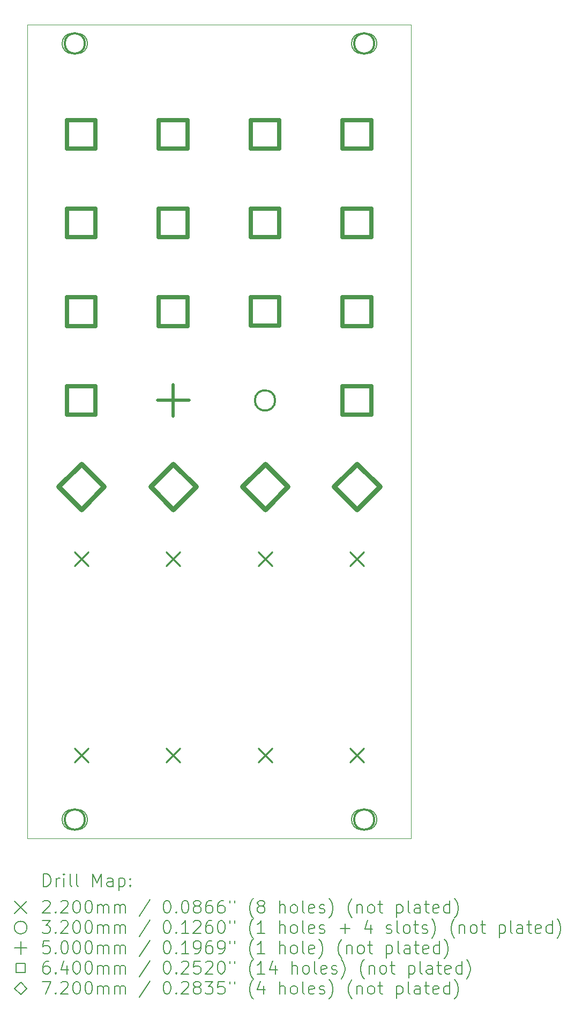
<source format=gbr>
%TF.GenerationSoftware,KiCad,Pcbnew,7.0.8*%
%TF.CreationDate,2024-09-22T21:48:42-04:00*%
%TF.ProjectId,lichen-four-panel,6c696368-656e-42d6-966f-75722d70616e,rev?*%
%TF.SameCoordinates,Original*%
%TF.FileFunction,Drillmap*%
%TF.FilePolarity,Positive*%
%FSLAX45Y45*%
G04 Gerber Fmt 4.5, Leading zero omitted, Abs format (unit mm)*
G04 Created by KiCad (PCBNEW 7.0.8) date 2024-09-22 21:48:42*
%MOMM*%
%LPD*%
G01*
G04 APERTURE LIST*
%ADD10C,0.100000*%
%ADD11C,0.200000*%
%ADD12C,0.220000*%
%ADD13C,0.320000*%
%ADD14C,0.500000*%
%ADD15C,0.640000*%
%ADD16C,0.720000*%
G04 APERTURE END LIST*
D10*
X10000000Y-10000000D02*
X16060000Y-10000000D01*
X16060000Y-22850000D01*
X10000000Y-22850000D01*
X10000000Y-10000000D01*
D11*
D12*
X10742700Y-18329000D02*
X10962700Y-18549000D01*
X10962700Y-18329000D02*
X10742700Y-18549000D01*
X10742700Y-21429000D02*
X10962700Y-21649000D01*
X10962700Y-21429000D02*
X10742700Y-21649000D01*
X12194300Y-18329000D02*
X12414300Y-18549000D01*
X12414300Y-18329000D02*
X12194300Y-18549000D01*
X12194300Y-21429000D02*
X12414300Y-21649000D01*
X12414300Y-21429000D02*
X12194300Y-21649000D01*
X13645800Y-18329000D02*
X13865800Y-18549000D01*
X13865800Y-18329000D02*
X13645800Y-18549000D01*
X13645800Y-21429000D02*
X13865800Y-21649000D01*
X13865800Y-21429000D02*
X13645800Y-21649000D01*
X15097300Y-18329000D02*
X15317300Y-18549000D01*
X15317300Y-18329000D02*
X15097300Y-18549000D01*
X15097300Y-21429000D02*
X15317300Y-21649000D01*
X15317300Y-21429000D02*
X15097300Y-21649000D01*
D13*
X10910000Y-10300000D02*
G75*
G03*
X10910000Y-10300000I-160000J0D01*
G01*
D11*
X10710000Y-10460000D02*
X10790000Y-10460000D01*
X10790000Y-10460000D02*
G75*
G03*
X10790000Y-10140000I0J160000D01*
G01*
X10790000Y-10140000D02*
X10710000Y-10140000D01*
X10710000Y-10140000D02*
G75*
G03*
X10710000Y-10460000I0J-160000D01*
G01*
D13*
X10910000Y-22550000D02*
G75*
G03*
X10910000Y-22550000I-160000J0D01*
G01*
D11*
X10710000Y-22710000D02*
X10790000Y-22710000D01*
X10790000Y-22710000D02*
G75*
G03*
X10790000Y-22390000I0J160000D01*
G01*
X10790000Y-22390000D02*
X10710000Y-22390000D01*
X10710000Y-22390000D02*
G75*
G03*
X10710000Y-22710000I0J-160000D01*
G01*
D13*
X13915800Y-15933900D02*
G75*
G03*
X13915800Y-15933900I-160000J0D01*
G01*
X15482000Y-10300000D02*
G75*
G03*
X15482000Y-10300000I-160000J0D01*
G01*
D11*
X15362000Y-10140000D02*
X15282000Y-10140000D01*
X15282000Y-10140000D02*
G75*
G03*
X15282000Y-10460000I0J-160000D01*
G01*
X15282000Y-10460000D02*
X15362000Y-10460000D01*
X15362000Y-10460000D02*
G75*
G03*
X15362000Y-10140000I0J160000D01*
G01*
D13*
X15482000Y-22550000D02*
G75*
G03*
X15482000Y-22550000I-160000J0D01*
G01*
D11*
X15362000Y-22390000D02*
X15282000Y-22390000D01*
X15282000Y-22390000D02*
G75*
G03*
X15282000Y-22710000I0J-160000D01*
G01*
X15282000Y-22710000D02*
X15362000Y-22710000D01*
X15362000Y-22710000D02*
G75*
G03*
X15362000Y-22390000I0J160000D01*
G01*
D14*
X12304300Y-15683900D02*
X12304300Y-16183900D01*
X12054300Y-15933900D02*
X12554300Y-15933900D01*
D15*
X11078976Y-11960176D02*
X11078976Y-11507624D01*
X10626424Y-11507624D01*
X10626424Y-11960176D01*
X11078976Y-11960176D01*
X11078976Y-13360176D02*
X11078976Y-12907624D01*
X10626424Y-12907624D01*
X10626424Y-13360176D01*
X11078976Y-13360176D01*
X11078976Y-14760176D02*
X11078976Y-14307624D01*
X10626424Y-14307624D01*
X10626424Y-14760176D01*
X11078976Y-14760176D01*
X11078976Y-16160176D02*
X11078976Y-15707624D01*
X10626424Y-15707624D01*
X10626424Y-16160176D01*
X11078976Y-16160176D01*
X12530576Y-11960176D02*
X12530576Y-11507624D01*
X12078024Y-11507624D01*
X12078024Y-11960176D01*
X12530576Y-11960176D01*
X12530576Y-13360176D02*
X12530576Y-12907624D01*
X12078024Y-12907624D01*
X12078024Y-13360176D01*
X12530576Y-13360176D01*
X12530576Y-14760176D02*
X12530576Y-14307624D01*
X12078024Y-14307624D01*
X12078024Y-14760176D01*
X12530576Y-14760176D01*
X13982076Y-11960176D02*
X13982076Y-11507624D01*
X13529524Y-11507624D01*
X13529524Y-11960176D01*
X13982076Y-11960176D01*
X13982076Y-13360176D02*
X13982076Y-12907624D01*
X13529524Y-12907624D01*
X13529524Y-13360176D01*
X13982076Y-13360176D01*
X13982076Y-14753076D02*
X13982076Y-14300524D01*
X13529524Y-14300524D01*
X13529524Y-14753076D01*
X13982076Y-14753076D01*
X15433576Y-11960176D02*
X15433576Y-11507624D01*
X14981024Y-11507624D01*
X14981024Y-11960176D01*
X15433576Y-11960176D01*
X15433576Y-13360176D02*
X15433576Y-12907624D01*
X14981024Y-12907624D01*
X14981024Y-13360176D01*
X15433576Y-13360176D01*
X15433576Y-14760176D02*
X15433576Y-14307624D01*
X14981024Y-14307624D01*
X14981024Y-14760176D01*
X15433576Y-14760176D01*
X15433576Y-16160176D02*
X15433576Y-15707624D01*
X14981024Y-15707624D01*
X14981024Y-16160176D01*
X15433576Y-16160176D01*
D16*
X10852700Y-17653800D02*
X11212700Y-17293800D01*
X10852700Y-16933800D01*
X10492700Y-17293800D01*
X10852700Y-17653800D01*
X12304300Y-17653800D02*
X12664300Y-17293800D01*
X12304300Y-16933800D01*
X11944300Y-17293800D01*
X12304300Y-17653800D01*
X13755800Y-17653800D02*
X14115800Y-17293800D01*
X13755800Y-16933800D01*
X13395800Y-17293800D01*
X13755800Y-17653800D01*
X15207300Y-17653800D02*
X15567300Y-17293800D01*
X15207300Y-16933800D01*
X14847300Y-17293800D01*
X15207300Y-17653800D01*
D11*
X10255777Y-23605484D02*
X10255777Y-23405484D01*
X10255777Y-23405484D02*
X10303396Y-23405484D01*
X10303396Y-23405484D02*
X10331967Y-23415008D01*
X10331967Y-23415008D02*
X10351015Y-23434055D01*
X10351015Y-23434055D02*
X10360539Y-23453103D01*
X10360539Y-23453103D02*
X10370063Y-23491198D01*
X10370063Y-23491198D02*
X10370063Y-23519769D01*
X10370063Y-23519769D02*
X10360539Y-23557865D01*
X10360539Y-23557865D02*
X10351015Y-23576912D01*
X10351015Y-23576912D02*
X10331967Y-23595960D01*
X10331967Y-23595960D02*
X10303396Y-23605484D01*
X10303396Y-23605484D02*
X10255777Y-23605484D01*
X10455777Y-23605484D02*
X10455777Y-23472150D01*
X10455777Y-23510246D02*
X10465301Y-23491198D01*
X10465301Y-23491198D02*
X10474824Y-23481674D01*
X10474824Y-23481674D02*
X10493872Y-23472150D01*
X10493872Y-23472150D02*
X10512920Y-23472150D01*
X10579586Y-23605484D02*
X10579586Y-23472150D01*
X10579586Y-23405484D02*
X10570063Y-23415008D01*
X10570063Y-23415008D02*
X10579586Y-23424531D01*
X10579586Y-23424531D02*
X10589110Y-23415008D01*
X10589110Y-23415008D02*
X10579586Y-23405484D01*
X10579586Y-23405484D02*
X10579586Y-23424531D01*
X10703396Y-23605484D02*
X10684348Y-23595960D01*
X10684348Y-23595960D02*
X10674824Y-23576912D01*
X10674824Y-23576912D02*
X10674824Y-23405484D01*
X10808158Y-23605484D02*
X10789110Y-23595960D01*
X10789110Y-23595960D02*
X10779586Y-23576912D01*
X10779586Y-23576912D02*
X10779586Y-23405484D01*
X11036729Y-23605484D02*
X11036729Y-23405484D01*
X11036729Y-23405484D02*
X11103396Y-23548341D01*
X11103396Y-23548341D02*
X11170063Y-23405484D01*
X11170063Y-23405484D02*
X11170063Y-23605484D01*
X11351015Y-23605484D02*
X11351015Y-23500722D01*
X11351015Y-23500722D02*
X11341491Y-23481674D01*
X11341491Y-23481674D02*
X11322443Y-23472150D01*
X11322443Y-23472150D02*
X11284348Y-23472150D01*
X11284348Y-23472150D02*
X11265301Y-23481674D01*
X11351015Y-23595960D02*
X11331967Y-23605484D01*
X11331967Y-23605484D02*
X11284348Y-23605484D01*
X11284348Y-23605484D02*
X11265301Y-23595960D01*
X11265301Y-23595960D02*
X11255777Y-23576912D01*
X11255777Y-23576912D02*
X11255777Y-23557865D01*
X11255777Y-23557865D02*
X11265301Y-23538817D01*
X11265301Y-23538817D02*
X11284348Y-23529293D01*
X11284348Y-23529293D02*
X11331967Y-23529293D01*
X11331967Y-23529293D02*
X11351015Y-23519769D01*
X11446253Y-23472150D02*
X11446253Y-23672150D01*
X11446253Y-23481674D02*
X11465301Y-23472150D01*
X11465301Y-23472150D02*
X11503396Y-23472150D01*
X11503396Y-23472150D02*
X11522443Y-23481674D01*
X11522443Y-23481674D02*
X11531967Y-23491198D01*
X11531967Y-23491198D02*
X11541491Y-23510246D01*
X11541491Y-23510246D02*
X11541491Y-23567388D01*
X11541491Y-23567388D02*
X11531967Y-23586436D01*
X11531967Y-23586436D02*
X11522443Y-23595960D01*
X11522443Y-23595960D02*
X11503396Y-23605484D01*
X11503396Y-23605484D02*
X11465301Y-23605484D01*
X11465301Y-23605484D02*
X11446253Y-23595960D01*
X11627205Y-23586436D02*
X11636729Y-23595960D01*
X11636729Y-23595960D02*
X11627205Y-23605484D01*
X11627205Y-23605484D02*
X11617682Y-23595960D01*
X11617682Y-23595960D02*
X11627205Y-23586436D01*
X11627205Y-23586436D02*
X11627205Y-23605484D01*
X11627205Y-23481674D02*
X11636729Y-23491198D01*
X11636729Y-23491198D02*
X11627205Y-23500722D01*
X11627205Y-23500722D02*
X11617682Y-23491198D01*
X11617682Y-23491198D02*
X11627205Y-23481674D01*
X11627205Y-23481674D02*
X11627205Y-23500722D01*
X9795000Y-23834000D02*
X9995000Y-24034000D01*
X9995000Y-23834000D02*
X9795000Y-24034000D01*
X10246253Y-23844531D02*
X10255777Y-23835008D01*
X10255777Y-23835008D02*
X10274824Y-23825484D01*
X10274824Y-23825484D02*
X10322444Y-23825484D01*
X10322444Y-23825484D02*
X10341491Y-23835008D01*
X10341491Y-23835008D02*
X10351015Y-23844531D01*
X10351015Y-23844531D02*
X10360539Y-23863579D01*
X10360539Y-23863579D02*
X10360539Y-23882627D01*
X10360539Y-23882627D02*
X10351015Y-23911198D01*
X10351015Y-23911198D02*
X10236729Y-24025484D01*
X10236729Y-24025484D02*
X10360539Y-24025484D01*
X10446253Y-24006436D02*
X10455777Y-24015960D01*
X10455777Y-24015960D02*
X10446253Y-24025484D01*
X10446253Y-24025484D02*
X10436729Y-24015960D01*
X10436729Y-24015960D02*
X10446253Y-24006436D01*
X10446253Y-24006436D02*
X10446253Y-24025484D01*
X10531967Y-23844531D02*
X10541491Y-23835008D01*
X10541491Y-23835008D02*
X10560539Y-23825484D01*
X10560539Y-23825484D02*
X10608158Y-23825484D01*
X10608158Y-23825484D02*
X10627205Y-23835008D01*
X10627205Y-23835008D02*
X10636729Y-23844531D01*
X10636729Y-23844531D02*
X10646253Y-23863579D01*
X10646253Y-23863579D02*
X10646253Y-23882627D01*
X10646253Y-23882627D02*
X10636729Y-23911198D01*
X10636729Y-23911198D02*
X10522444Y-24025484D01*
X10522444Y-24025484D02*
X10646253Y-24025484D01*
X10770063Y-23825484D02*
X10789110Y-23825484D01*
X10789110Y-23825484D02*
X10808158Y-23835008D01*
X10808158Y-23835008D02*
X10817682Y-23844531D01*
X10817682Y-23844531D02*
X10827205Y-23863579D01*
X10827205Y-23863579D02*
X10836729Y-23901674D01*
X10836729Y-23901674D02*
X10836729Y-23949293D01*
X10836729Y-23949293D02*
X10827205Y-23987388D01*
X10827205Y-23987388D02*
X10817682Y-24006436D01*
X10817682Y-24006436D02*
X10808158Y-24015960D01*
X10808158Y-24015960D02*
X10789110Y-24025484D01*
X10789110Y-24025484D02*
X10770063Y-24025484D01*
X10770063Y-24025484D02*
X10751015Y-24015960D01*
X10751015Y-24015960D02*
X10741491Y-24006436D01*
X10741491Y-24006436D02*
X10731967Y-23987388D01*
X10731967Y-23987388D02*
X10722444Y-23949293D01*
X10722444Y-23949293D02*
X10722444Y-23901674D01*
X10722444Y-23901674D02*
X10731967Y-23863579D01*
X10731967Y-23863579D02*
X10741491Y-23844531D01*
X10741491Y-23844531D02*
X10751015Y-23835008D01*
X10751015Y-23835008D02*
X10770063Y-23825484D01*
X10960539Y-23825484D02*
X10979586Y-23825484D01*
X10979586Y-23825484D02*
X10998634Y-23835008D01*
X10998634Y-23835008D02*
X11008158Y-23844531D01*
X11008158Y-23844531D02*
X11017682Y-23863579D01*
X11017682Y-23863579D02*
X11027205Y-23901674D01*
X11027205Y-23901674D02*
X11027205Y-23949293D01*
X11027205Y-23949293D02*
X11017682Y-23987388D01*
X11017682Y-23987388D02*
X11008158Y-24006436D01*
X11008158Y-24006436D02*
X10998634Y-24015960D01*
X10998634Y-24015960D02*
X10979586Y-24025484D01*
X10979586Y-24025484D02*
X10960539Y-24025484D01*
X10960539Y-24025484D02*
X10941491Y-24015960D01*
X10941491Y-24015960D02*
X10931967Y-24006436D01*
X10931967Y-24006436D02*
X10922444Y-23987388D01*
X10922444Y-23987388D02*
X10912920Y-23949293D01*
X10912920Y-23949293D02*
X10912920Y-23901674D01*
X10912920Y-23901674D02*
X10922444Y-23863579D01*
X10922444Y-23863579D02*
X10931967Y-23844531D01*
X10931967Y-23844531D02*
X10941491Y-23835008D01*
X10941491Y-23835008D02*
X10960539Y-23825484D01*
X11112920Y-24025484D02*
X11112920Y-23892150D01*
X11112920Y-23911198D02*
X11122444Y-23901674D01*
X11122444Y-23901674D02*
X11141491Y-23892150D01*
X11141491Y-23892150D02*
X11170063Y-23892150D01*
X11170063Y-23892150D02*
X11189110Y-23901674D01*
X11189110Y-23901674D02*
X11198634Y-23920722D01*
X11198634Y-23920722D02*
X11198634Y-24025484D01*
X11198634Y-23920722D02*
X11208158Y-23901674D01*
X11208158Y-23901674D02*
X11227205Y-23892150D01*
X11227205Y-23892150D02*
X11255777Y-23892150D01*
X11255777Y-23892150D02*
X11274824Y-23901674D01*
X11274824Y-23901674D02*
X11284348Y-23920722D01*
X11284348Y-23920722D02*
X11284348Y-24025484D01*
X11379586Y-24025484D02*
X11379586Y-23892150D01*
X11379586Y-23911198D02*
X11389110Y-23901674D01*
X11389110Y-23901674D02*
X11408158Y-23892150D01*
X11408158Y-23892150D02*
X11436729Y-23892150D01*
X11436729Y-23892150D02*
X11455777Y-23901674D01*
X11455777Y-23901674D02*
X11465301Y-23920722D01*
X11465301Y-23920722D02*
X11465301Y-24025484D01*
X11465301Y-23920722D02*
X11474824Y-23901674D01*
X11474824Y-23901674D02*
X11493872Y-23892150D01*
X11493872Y-23892150D02*
X11522443Y-23892150D01*
X11522443Y-23892150D02*
X11541491Y-23901674D01*
X11541491Y-23901674D02*
X11551015Y-23920722D01*
X11551015Y-23920722D02*
X11551015Y-24025484D01*
X11941491Y-23815960D02*
X11770063Y-24073103D01*
X12198634Y-23825484D02*
X12217682Y-23825484D01*
X12217682Y-23825484D02*
X12236729Y-23835008D01*
X12236729Y-23835008D02*
X12246253Y-23844531D01*
X12246253Y-23844531D02*
X12255777Y-23863579D01*
X12255777Y-23863579D02*
X12265301Y-23901674D01*
X12265301Y-23901674D02*
X12265301Y-23949293D01*
X12265301Y-23949293D02*
X12255777Y-23987388D01*
X12255777Y-23987388D02*
X12246253Y-24006436D01*
X12246253Y-24006436D02*
X12236729Y-24015960D01*
X12236729Y-24015960D02*
X12217682Y-24025484D01*
X12217682Y-24025484D02*
X12198634Y-24025484D01*
X12198634Y-24025484D02*
X12179586Y-24015960D01*
X12179586Y-24015960D02*
X12170063Y-24006436D01*
X12170063Y-24006436D02*
X12160539Y-23987388D01*
X12160539Y-23987388D02*
X12151015Y-23949293D01*
X12151015Y-23949293D02*
X12151015Y-23901674D01*
X12151015Y-23901674D02*
X12160539Y-23863579D01*
X12160539Y-23863579D02*
X12170063Y-23844531D01*
X12170063Y-23844531D02*
X12179586Y-23835008D01*
X12179586Y-23835008D02*
X12198634Y-23825484D01*
X12351015Y-24006436D02*
X12360539Y-24015960D01*
X12360539Y-24015960D02*
X12351015Y-24025484D01*
X12351015Y-24025484D02*
X12341491Y-24015960D01*
X12341491Y-24015960D02*
X12351015Y-24006436D01*
X12351015Y-24006436D02*
X12351015Y-24025484D01*
X12484348Y-23825484D02*
X12503396Y-23825484D01*
X12503396Y-23825484D02*
X12522444Y-23835008D01*
X12522444Y-23835008D02*
X12531967Y-23844531D01*
X12531967Y-23844531D02*
X12541491Y-23863579D01*
X12541491Y-23863579D02*
X12551015Y-23901674D01*
X12551015Y-23901674D02*
X12551015Y-23949293D01*
X12551015Y-23949293D02*
X12541491Y-23987388D01*
X12541491Y-23987388D02*
X12531967Y-24006436D01*
X12531967Y-24006436D02*
X12522444Y-24015960D01*
X12522444Y-24015960D02*
X12503396Y-24025484D01*
X12503396Y-24025484D02*
X12484348Y-24025484D01*
X12484348Y-24025484D02*
X12465301Y-24015960D01*
X12465301Y-24015960D02*
X12455777Y-24006436D01*
X12455777Y-24006436D02*
X12446253Y-23987388D01*
X12446253Y-23987388D02*
X12436729Y-23949293D01*
X12436729Y-23949293D02*
X12436729Y-23901674D01*
X12436729Y-23901674D02*
X12446253Y-23863579D01*
X12446253Y-23863579D02*
X12455777Y-23844531D01*
X12455777Y-23844531D02*
X12465301Y-23835008D01*
X12465301Y-23835008D02*
X12484348Y-23825484D01*
X12665301Y-23911198D02*
X12646253Y-23901674D01*
X12646253Y-23901674D02*
X12636729Y-23892150D01*
X12636729Y-23892150D02*
X12627206Y-23873103D01*
X12627206Y-23873103D02*
X12627206Y-23863579D01*
X12627206Y-23863579D02*
X12636729Y-23844531D01*
X12636729Y-23844531D02*
X12646253Y-23835008D01*
X12646253Y-23835008D02*
X12665301Y-23825484D01*
X12665301Y-23825484D02*
X12703396Y-23825484D01*
X12703396Y-23825484D02*
X12722444Y-23835008D01*
X12722444Y-23835008D02*
X12731967Y-23844531D01*
X12731967Y-23844531D02*
X12741491Y-23863579D01*
X12741491Y-23863579D02*
X12741491Y-23873103D01*
X12741491Y-23873103D02*
X12731967Y-23892150D01*
X12731967Y-23892150D02*
X12722444Y-23901674D01*
X12722444Y-23901674D02*
X12703396Y-23911198D01*
X12703396Y-23911198D02*
X12665301Y-23911198D01*
X12665301Y-23911198D02*
X12646253Y-23920722D01*
X12646253Y-23920722D02*
X12636729Y-23930246D01*
X12636729Y-23930246D02*
X12627206Y-23949293D01*
X12627206Y-23949293D02*
X12627206Y-23987388D01*
X12627206Y-23987388D02*
X12636729Y-24006436D01*
X12636729Y-24006436D02*
X12646253Y-24015960D01*
X12646253Y-24015960D02*
X12665301Y-24025484D01*
X12665301Y-24025484D02*
X12703396Y-24025484D01*
X12703396Y-24025484D02*
X12722444Y-24015960D01*
X12722444Y-24015960D02*
X12731967Y-24006436D01*
X12731967Y-24006436D02*
X12741491Y-23987388D01*
X12741491Y-23987388D02*
X12741491Y-23949293D01*
X12741491Y-23949293D02*
X12731967Y-23930246D01*
X12731967Y-23930246D02*
X12722444Y-23920722D01*
X12722444Y-23920722D02*
X12703396Y-23911198D01*
X12912920Y-23825484D02*
X12874825Y-23825484D01*
X12874825Y-23825484D02*
X12855777Y-23835008D01*
X12855777Y-23835008D02*
X12846253Y-23844531D01*
X12846253Y-23844531D02*
X12827206Y-23873103D01*
X12827206Y-23873103D02*
X12817682Y-23911198D01*
X12817682Y-23911198D02*
X12817682Y-23987388D01*
X12817682Y-23987388D02*
X12827206Y-24006436D01*
X12827206Y-24006436D02*
X12836729Y-24015960D01*
X12836729Y-24015960D02*
X12855777Y-24025484D01*
X12855777Y-24025484D02*
X12893872Y-24025484D01*
X12893872Y-24025484D02*
X12912920Y-24015960D01*
X12912920Y-24015960D02*
X12922444Y-24006436D01*
X12922444Y-24006436D02*
X12931967Y-23987388D01*
X12931967Y-23987388D02*
X12931967Y-23939769D01*
X12931967Y-23939769D02*
X12922444Y-23920722D01*
X12922444Y-23920722D02*
X12912920Y-23911198D01*
X12912920Y-23911198D02*
X12893872Y-23901674D01*
X12893872Y-23901674D02*
X12855777Y-23901674D01*
X12855777Y-23901674D02*
X12836729Y-23911198D01*
X12836729Y-23911198D02*
X12827206Y-23920722D01*
X12827206Y-23920722D02*
X12817682Y-23939769D01*
X13103396Y-23825484D02*
X13065301Y-23825484D01*
X13065301Y-23825484D02*
X13046253Y-23835008D01*
X13046253Y-23835008D02*
X13036729Y-23844531D01*
X13036729Y-23844531D02*
X13017682Y-23873103D01*
X13017682Y-23873103D02*
X13008158Y-23911198D01*
X13008158Y-23911198D02*
X13008158Y-23987388D01*
X13008158Y-23987388D02*
X13017682Y-24006436D01*
X13017682Y-24006436D02*
X13027206Y-24015960D01*
X13027206Y-24015960D02*
X13046253Y-24025484D01*
X13046253Y-24025484D02*
X13084348Y-24025484D01*
X13084348Y-24025484D02*
X13103396Y-24015960D01*
X13103396Y-24015960D02*
X13112920Y-24006436D01*
X13112920Y-24006436D02*
X13122444Y-23987388D01*
X13122444Y-23987388D02*
X13122444Y-23939769D01*
X13122444Y-23939769D02*
X13112920Y-23920722D01*
X13112920Y-23920722D02*
X13103396Y-23911198D01*
X13103396Y-23911198D02*
X13084348Y-23901674D01*
X13084348Y-23901674D02*
X13046253Y-23901674D01*
X13046253Y-23901674D02*
X13027206Y-23911198D01*
X13027206Y-23911198D02*
X13017682Y-23920722D01*
X13017682Y-23920722D02*
X13008158Y-23939769D01*
X13198634Y-23825484D02*
X13198634Y-23863579D01*
X13274825Y-23825484D02*
X13274825Y-23863579D01*
X13570063Y-24101674D02*
X13560539Y-24092150D01*
X13560539Y-24092150D02*
X13541491Y-24063579D01*
X13541491Y-24063579D02*
X13531968Y-24044531D01*
X13531968Y-24044531D02*
X13522444Y-24015960D01*
X13522444Y-24015960D02*
X13512920Y-23968341D01*
X13512920Y-23968341D02*
X13512920Y-23930246D01*
X13512920Y-23930246D02*
X13522444Y-23882627D01*
X13522444Y-23882627D02*
X13531968Y-23854055D01*
X13531968Y-23854055D02*
X13541491Y-23835008D01*
X13541491Y-23835008D02*
X13560539Y-23806436D01*
X13560539Y-23806436D02*
X13570063Y-23796912D01*
X13674825Y-23911198D02*
X13655777Y-23901674D01*
X13655777Y-23901674D02*
X13646253Y-23892150D01*
X13646253Y-23892150D02*
X13636729Y-23873103D01*
X13636729Y-23873103D02*
X13636729Y-23863579D01*
X13636729Y-23863579D02*
X13646253Y-23844531D01*
X13646253Y-23844531D02*
X13655777Y-23835008D01*
X13655777Y-23835008D02*
X13674825Y-23825484D01*
X13674825Y-23825484D02*
X13712920Y-23825484D01*
X13712920Y-23825484D02*
X13731968Y-23835008D01*
X13731968Y-23835008D02*
X13741491Y-23844531D01*
X13741491Y-23844531D02*
X13751015Y-23863579D01*
X13751015Y-23863579D02*
X13751015Y-23873103D01*
X13751015Y-23873103D02*
X13741491Y-23892150D01*
X13741491Y-23892150D02*
X13731968Y-23901674D01*
X13731968Y-23901674D02*
X13712920Y-23911198D01*
X13712920Y-23911198D02*
X13674825Y-23911198D01*
X13674825Y-23911198D02*
X13655777Y-23920722D01*
X13655777Y-23920722D02*
X13646253Y-23930246D01*
X13646253Y-23930246D02*
X13636729Y-23949293D01*
X13636729Y-23949293D02*
X13636729Y-23987388D01*
X13636729Y-23987388D02*
X13646253Y-24006436D01*
X13646253Y-24006436D02*
X13655777Y-24015960D01*
X13655777Y-24015960D02*
X13674825Y-24025484D01*
X13674825Y-24025484D02*
X13712920Y-24025484D01*
X13712920Y-24025484D02*
X13731968Y-24015960D01*
X13731968Y-24015960D02*
X13741491Y-24006436D01*
X13741491Y-24006436D02*
X13751015Y-23987388D01*
X13751015Y-23987388D02*
X13751015Y-23949293D01*
X13751015Y-23949293D02*
X13741491Y-23930246D01*
X13741491Y-23930246D02*
X13731968Y-23920722D01*
X13731968Y-23920722D02*
X13712920Y-23911198D01*
X13989110Y-24025484D02*
X13989110Y-23825484D01*
X14074825Y-24025484D02*
X14074825Y-23920722D01*
X14074825Y-23920722D02*
X14065301Y-23901674D01*
X14065301Y-23901674D02*
X14046253Y-23892150D01*
X14046253Y-23892150D02*
X14017682Y-23892150D01*
X14017682Y-23892150D02*
X13998634Y-23901674D01*
X13998634Y-23901674D02*
X13989110Y-23911198D01*
X14198634Y-24025484D02*
X14179587Y-24015960D01*
X14179587Y-24015960D02*
X14170063Y-24006436D01*
X14170063Y-24006436D02*
X14160539Y-23987388D01*
X14160539Y-23987388D02*
X14160539Y-23930246D01*
X14160539Y-23930246D02*
X14170063Y-23911198D01*
X14170063Y-23911198D02*
X14179587Y-23901674D01*
X14179587Y-23901674D02*
X14198634Y-23892150D01*
X14198634Y-23892150D02*
X14227206Y-23892150D01*
X14227206Y-23892150D02*
X14246253Y-23901674D01*
X14246253Y-23901674D02*
X14255777Y-23911198D01*
X14255777Y-23911198D02*
X14265301Y-23930246D01*
X14265301Y-23930246D02*
X14265301Y-23987388D01*
X14265301Y-23987388D02*
X14255777Y-24006436D01*
X14255777Y-24006436D02*
X14246253Y-24015960D01*
X14246253Y-24015960D02*
X14227206Y-24025484D01*
X14227206Y-24025484D02*
X14198634Y-24025484D01*
X14379587Y-24025484D02*
X14360539Y-24015960D01*
X14360539Y-24015960D02*
X14351015Y-23996912D01*
X14351015Y-23996912D02*
X14351015Y-23825484D01*
X14531968Y-24015960D02*
X14512920Y-24025484D01*
X14512920Y-24025484D02*
X14474825Y-24025484D01*
X14474825Y-24025484D02*
X14455777Y-24015960D01*
X14455777Y-24015960D02*
X14446253Y-23996912D01*
X14446253Y-23996912D02*
X14446253Y-23920722D01*
X14446253Y-23920722D02*
X14455777Y-23901674D01*
X14455777Y-23901674D02*
X14474825Y-23892150D01*
X14474825Y-23892150D02*
X14512920Y-23892150D01*
X14512920Y-23892150D02*
X14531968Y-23901674D01*
X14531968Y-23901674D02*
X14541491Y-23920722D01*
X14541491Y-23920722D02*
X14541491Y-23939769D01*
X14541491Y-23939769D02*
X14446253Y-23958817D01*
X14617682Y-24015960D02*
X14636730Y-24025484D01*
X14636730Y-24025484D02*
X14674825Y-24025484D01*
X14674825Y-24025484D02*
X14693872Y-24015960D01*
X14693872Y-24015960D02*
X14703396Y-23996912D01*
X14703396Y-23996912D02*
X14703396Y-23987388D01*
X14703396Y-23987388D02*
X14693872Y-23968341D01*
X14693872Y-23968341D02*
X14674825Y-23958817D01*
X14674825Y-23958817D02*
X14646253Y-23958817D01*
X14646253Y-23958817D02*
X14627206Y-23949293D01*
X14627206Y-23949293D02*
X14617682Y-23930246D01*
X14617682Y-23930246D02*
X14617682Y-23920722D01*
X14617682Y-23920722D02*
X14627206Y-23901674D01*
X14627206Y-23901674D02*
X14646253Y-23892150D01*
X14646253Y-23892150D02*
X14674825Y-23892150D01*
X14674825Y-23892150D02*
X14693872Y-23901674D01*
X14770063Y-24101674D02*
X14779587Y-24092150D01*
X14779587Y-24092150D02*
X14798634Y-24063579D01*
X14798634Y-24063579D02*
X14808158Y-24044531D01*
X14808158Y-24044531D02*
X14817682Y-24015960D01*
X14817682Y-24015960D02*
X14827206Y-23968341D01*
X14827206Y-23968341D02*
X14827206Y-23930246D01*
X14827206Y-23930246D02*
X14817682Y-23882627D01*
X14817682Y-23882627D02*
X14808158Y-23854055D01*
X14808158Y-23854055D02*
X14798634Y-23835008D01*
X14798634Y-23835008D02*
X14779587Y-23806436D01*
X14779587Y-23806436D02*
X14770063Y-23796912D01*
X15131968Y-24101674D02*
X15122444Y-24092150D01*
X15122444Y-24092150D02*
X15103396Y-24063579D01*
X15103396Y-24063579D02*
X15093872Y-24044531D01*
X15093872Y-24044531D02*
X15084349Y-24015960D01*
X15084349Y-24015960D02*
X15074825Y-23968341D01*
X15074825Y-23968341D02*
X15074825Y-23930246D01*
X15074825Y-23930246D02*
X15084349Y-23882627D01*
X15084349Y-23882627D02*
X15093872Y-23854055D01*
X15093872Y-23854055D02*
X15103396Y-23835008D01*
X15103396Y-23835008D02*
X15122444Y-23806436D01*
X15122444Y-23806436D02*
X15131968Y-23796912D01*
X15208158Y-23892150D02*
X15208158Y-24025484D01*
X15208158Y-23911198D02*
X15217682Y-23901674D01*
X15217682Y-23901674D02*
X15236730Y-23892150D01*
X15236730Y-23892150D02*
X15265301Y-23892150D01*
X15265301Y-23892150D02*
X15284349Y-23901674D01*
X15284349Y-23901674D02*
X15293872Y-23920722D01*
X15293872Y-23920722D02*
X15293872Y-24025484D01*
X15417682Y-24025484D02*
X15398634Y-24015960D01*
X15398634Y-24015960D02*
X15389111Y-24006436D01*
X15389111Y-24006436D02*
X15379587Y-23987388D01*
X15379587Y-23987388D02*
X15379587Y-23930246D01*
X15379587Y-23930246D02*
X15389111Y-23911198D01*
X15389111Y-23911198D02*
X15398634Y-23901674D01*
X15398634Y-23901674D02*
X15417682Y-23892150D01*
X15417682Y-23892150D02*
X15446253Y-23892150D01*
X15446253Y-23892150D02*
X15465301Y-23901674D01*
X15465301Y-23901674D02*
X15474825Y-23911198D01*
X15474825Y-23911198D02*
X15484349Y-23930246D01*
X15484349Y-23930246D02*
X15484349Y-23987388D01*
X15484349Y-23987388D02*
X15474825Y-24006436D01*
X15474825Y-24006436D02*
X15465301Y-24015960D01*
X15465301Y-24015960D02*
X15446253Y-24025484D01*
X15446253Y-24025484D02*
X15417682Y-24025484D01*
X15541492Y-23892150D02*
X15617682Y-23892150D01*
X15570063Y-23825484D02*
X15570063Y-23996912D01*
X15570063Y-23996912D02*
X15579587Y-24015960D01*
X15579587Y-24015960D02*
X15598634Y-24025484D01*
X15598634Y-24025484D02*
X15617682Y-24025484D01*
X15836730Y-23892150D02*
X15836730Y-24092150D01*
X15836730Y-23901674D02*
X15855777Y-23892150D01*
X15855777Y-23892150D02*
X15893873Y-23892150D01*
X15893873Y-23892150D02*
X15912920Y-23901674D01*
X15912920Y-23901674D02*
X15922444Y-23911198D01*
X15922444Y-23911198D02*
X15931968Y-23930246D01*
X15931968Y-23930246D02*
X15931968Y-23987388D01*
X15931968Y-23987388D02*
X15922444Y-24006436D01*
X15922444Y-24006436D02*
X15912920Y-24015960D01*
X15912920Y-24015960D02*
X15893873Y-24025484D01*
X15893873Y-24025484D02*
X15855777Y-24025484D01*
X15855777Y-24025484D02*
X15836730Y-24015960D01*
X16046253Y-24025484D02*
X16027206Y-24015960D01*
X16027206Y-24015960D02*
X16017682Y-23996912D01*
X16017682Y-23996912D02*
X16017682Y-23825484D01*
X16208158Y-24025484D02*
X16208158Y-23920722D01*
X16208158Y-23920722D02*
X16198634Y-23901674D01*
X16198634Y-23901674D02*
X16179587Y-23892150D01*
X16179587Y-23892150D02*
X16141492Y-23892150D01*
X16141492Y-23892150D02*
X16122444Y-23901674D01*
X16208158Y-24015960D02*
X16189111Y-24025484D01*
X16189111Y-24025484D02*
X16141492Y-24025484D01*
X16141492Y-24025484D02*
X16122444Y-24015960D01*
X16122444Y-24015960D02*
X16112920Y-23996912D01*
X16112920Y-23996912D02*
X16112920Y-23977865D01*
X16112920Y-23977865D02*
X16122444Y-23958817D01*
X16122444Y-23958817D02*
X16141492Y-23949293D01*
X16141492Y-23949293D02*
X16189111Y-23949293D01*
X16189111Y-23949293D02*
X16208158Y-23939769D01*
X16274825Y-23892150D02*
X16351015Y-23892150D01*
X16303396Y-23825484D02*
X16303396Y-23996912D01*
X16303396Y-23996912D02*
X16312920Y-24015960D01*
X16312920Y-24015960D02*
X16331968Y-24025484D01*
X16331968Y-24025484D02*
X16351015Y-24025484D01*
X16493873Y-24015960D02*
X16474825Y-24025484D01*
X16474825Y-24025484D02*
X16436730Y-24025484D01*
X16436730Y-24025484D02*
X16417682Y-24015960D01*
X16417682Y-24015960D02*
X16408158Y-23996912D01*
X16408158Y-23996912D02*
X16408158Y-23920722D01*
X16408158Y-23920722D02*
X16417682Y-23901674D01*
X16417682Y-23901674D02*
X16436730Y-23892150D01*
X16436730Y-23892150D02*
X16474825Y-23892150D01*
X16474825Y-23892150D02*
X16493873Y-23901674D01*
X16493873Y-23901674D02*
X16503396Y-23920722D01*
X16503396Y-23920722D02*
X16503396Y-23939769D01*
X16503396Y-23939769D02*
X16408158Y-23958817D01*
X16674825Y-24025484D02*
X16674825Y-23825484D01*
X16674825Y-24015960D02*
X16655777Y-24025484D01*
X16655777Y-24025484D02*
X16617682Y-24025484D01*
X16617682Y-24025484D02*
X16598634Y-24015960D01*
X16598634Y-24015960D02*
X16589111Y-24006436D01*
X16589111Y-24006436D02*
X16579587Y-23987388D01*
X16579587Y-23987388D02*
X16579587Y-23930246D01*
X16579587Y-23930246D02*
X16589111Y-23911198D01*
X16589111Y-23911198D02*
X16598634Y-23901674D01*
X16598634Y-23901674D02*
X16617682Y-23892150D01*
X16617682Y-23892150D02*
X16655777Y-23892150D01*
X16655777Y-23892150D02*
X16674825Y-23901674D01*
X16751015Y-24101674D02*
X16760539Y-24092150D01*
X16760539Y-24092150D02*
X16779587Y-24063579D01*
X16779587Y-24063579D02*
X16789111Y-24044531D01*
X16789111Y-24044531D02*
X16798635Y-24015960D01*
X16798635Y-24015960D02*
X16808158Y-23968341D01*
X16808158Y-23968341D02*
X16808158Y-23930246D01*
X16808158Y-23930246D02*
X16798635Y-23882627D01*
X16798635Y-23882627D02*
X16789111Y-23854055D01*
X16789111Y-23854055D02*
X16779587Y-23835008D01*
X16779587Y-23835008D02*
X16760539Y-23806436D01*
X16760539Y-23806436D02*
X16751015Y-23796912D01*
X9995000Y-24254000D02*
G75*
G03*
X9995000Y-24254000I-100000J0D01*
G01*
X10236729Y-24145484D02*
X10360539Y-24145484D01*
X10360539Y-24145484D02*
X10293872Y-24221674D01*
X10293872Y-24221674D02*
X10322444Y-24221674D01*
X10322444Y-24221674D02*
X10341491Y-24231198D01*
X10341491Y-24231198D02*
X10351015Y-24240722D01*
X10351015Y-24240722D02*
X10360539Y-24259769D01*
X10360539Y-24259769D02*
X10360539Y-24307388D01*
X10360539Y-24307388D02*
X10351015Y-24326436D01*
X10351015Y-24326436D02*
X10341491Y-24335960D01*
X10341491Y-24335960D02*
X10322444Y-24345484D01*
X10322444Y-24345484D02*
X10265301Y-24345484D01*
X10265301Y-24345484D02*
X10246253Y-24335960D01*
X10246253Y-24335960D02*
X10236729Y-24326436D01*
X10446253Y-24326436D02*
X10455777Y-24335960D01*
X10455777Y-24335960D02*
X10446253Y-24345484D01*
X10446253Y-24345484D02*
X10436729Y-24335960D01*
X10436729Y-24335960D02*
X10446253Y-24326436D01*
X10446253Y-24326436D02*
X10446253Y-24345484D01*
X10531967Y-24164531D02*
X10541491Y-24155008D01*
X10541491Y-24155008D02*
X10560539Y-24145484D01*
X10560539Y-24145484D02*
X10608158Y-24145484D01*
X10608158Y-24145484D02*
X10627205Y-24155008D01*
X10627205Y-24155008D02*
X10636729Y-24164531D01*
X10636729Y-24164531D02*
X10646253Y-24183579D01*
X10646253Y-24183579D02*
X10646253Y-24202627D01*
X10646253Y-24202627D02*
X10636729Y-24231198D01*
X10636729Y-24231198D02*
X10522444Y-24345484D01*
X10522444Y-24345484D02*
X10646253Y-24345484D01*
X10770063Y-24145484D02*
X10789110Y-24145484D01*
X10789110Y-24145484D02*
X10808158Y-24155008D01*
X10808158Y-24155008D02*
X10817682Y-24164531D01*
X10817682Y-24164531D02*
X10827205Y-24183579D01*
X10827205Y-24183579D02*
X10836729Y-24221674D01*
X10836729Y-24221674D02*
X10836729Y-24269293D01*
X10836729Y-24269293D02*
X10827205Y-24307388D01*
X10827205Y-24307388D02*
X10817682Y-24326436D01*
X10817682Y-24326436D02*
X10808158Y-24335960D01*
X10808158Y-24335960D02*
X10789110Y-24345484D01*
X10789110Y-24345484D02*
X10770063Y-24345484D01*
X10770063Y-24345484D02*
X10751015Y-24335960D01*
X10751015Y-24335960D02*
X10741491Y-24326436D01*
X10741491Y-24326436D02*
X10731967Y-24307388D01*
X10731967Y-24307388D02*
X10722444Y-24269293D01*
X10722444Y-24269293D02*
X10722444Y-24221674D01*
X10722444Y-24221674D02*
X10731967Y-24183579D01*
X10731967Y-24183579D02*
X10741491Y-24164531D01*
X10741491Y-24164531D02*
X10751015Y-24155008D01*
X10751015Y-24155008D02*
X10770063Y-24145484D01*
X10960539Y-24145484D02*
X10979586Y-24145484D01*
X10979586Y-24145484D02*
X10998634Y-24155008D01*
X10998634Y-24155008D02*
X11008158Y-24164531D01*
X11008158Y-24164531D02*
X11017682Y-24183579D01*
X11017682Y-24183579D02*
X11027205Y-24221674D01*
X11027205Y-24221674D02*
X11027205Y-24269293D01*
X11027205Y-24269293D02*
X11017682Y-24307388D01*
X11017682Y-24307388D02*
X11008158Y-24326436D01*
X11008158Y-24326436D02*
X10998634Y-24335960D01*
X10998634Y-24335960D02*
X10979586Y-24345484D01*
X10979586Y-24345484D02*
X10960539Y-24345484D01*
X10960539Y-24345484D02*
X10941491Y-24335960D01*
X10941491Y-24335960D02*
X10931967Y-24326436D01*
X10931967Y-24326436D02*
X10922444Y-24307388D01*
X10922444Y-24307388D02*
X10912920Y-24269293D01*
X10912920Y-24269293D02*
X10912920Y-24221674D01*
X10912920Y-24221674D02*
X10922444Y-24183579D01*
X10922444Y-24183579D02*
X10931967Y-24164531D01*
X10931967Y-24164531D02*
X10941491Y-24155008D01*
X10941491Y-24155008D02*
X10960539Y-24145484D01*
X11112920Y-24345484D02*
X11112920Y-24212150D01*
X11112920Y-24231198D02*
X11122444Y-24221674D01*
X11122444Y-24221674D02*
X11141491Y-24212150D01*
X11141491Y-24212150D02*
X11170063Y-24212150D01*
X11170063Y-24212150D02*
X11189110Y-24221674D01*
X11189110Y-24221674D02*
X11198634Y-24240722D01*
X11198634Y-24240722D02*
X11198634Y-24345484D01*
X11198634Y-24240722D02*
X11208158Y-24221674D01*
X11208158Y-24221674D02*
X11227205Y-24212150D01*
X11227205Y-24212150D02*
X11255777Y-24212150D01*
X11255777Y-24212150D02*
X11274824Y-24221674D01*
X11274824Y-24221674D02*
X11284348Y-24240722D01*
X11284348Y-24240722D02*
X11284348Y-24345484D01*
X11379586Y-24345484D02*
X11379586Y-24212150D01*
X11379586Y-24231198D02*
X11389110Y-24221674D01*
X11389110Y-24221674D02*
X11408158Y-24212150D01*
X11408158Y-24212150D02*
X11436729Y-24212150D01*
X11436729Y-24212150D02*
X11455777Y-24221674D01*
X11455777Y-24221674D02*
X11465301Y-24240722D01*
X11465301Y-24240722D02*
X11465301Y-24345484D01*
X11465301Y-24240722D02*
X11474824Y-24221674D01*
X11474824Y-24221674D02*
X11493872Y-24212150D01*
X11493872Y-24212150D02*
X11522443Y-24212150D01*
X11522443Y-24212150D02*
X11541491Y-24221674D01*
X11541491Y-24221674D02*
X11551015Y-24240722D01*
X11551015Y-24240722D02*
X11551015Y-24345484D01*
X11941491Y-24135960D02*
X11770063Y-24393103D01*
X12198634Y-24145484D02*
X12217682Y-24145484D01*
X12217682Y-24145484D02*
X12236729Y-24155008D01*
X12236729Y-24155008D02*
X12246253Y-24164531D01*
X12246253Y-24164531D02*
X12255777Y-24183579D01*
X12255777Y-24183579D02*
X12265301Y-24221674D01*
X12265301Y-24221674D02*
X12265301Y-24269293D01*
X12265301Y-24269293D02*
X12255777Y-24307388D01*
X12255777Y-24307388D02*
X12246253Y-24326436D01*
X12246253Y-24326436D02*
X12236729Y-24335960D01*
X12236729Y-24335960D02*
X12217682Y-24345484D01*
X12217682Y-24345484D02*
X12198634Y-24345484D01*
X12198634Y-24345484D02*
X12179586Y-24335960D01*
X12179586Y-24335960D02*
X12170063Y-24326436D01*
X12170063Y-24326436D02*
X12160539Y-24307388D01*
X12160539Y-24307388D02*
X12151015Y-24269293D01*
X12151015Y-24269293D02*
X12151015Y-24221674D01*
X12151015Y-24221674D02*
X12160539Y-24183579D01*
X12160539Y-24183579D02*
X12170063Y-24164531D01*
X12170063Y-24164531D02*
X12179586Y-24155008D01*
X12179586Y-24155008D02*
X12198634Y-24145484D01*
X12351015Y-24326436D02*
X12360539Y-24335960D01*
X12360539Y-24335960D02*
X12351015Y-24345484D01*
X12351015Y-24345484D02*
X12341491Y-24335960D01*
X12341491Y-24335960D02*
X12351015Y-24326436D01*
X12351015Y-24326436D02*
X12351015Y-24345484D01*
X12551015Y-24345484D02*
X12436729Y-24345484D01*
X12493872Y-24345484D02*
X12493872Y-24145484D01*
X12493872Y-24145484D02*
X12474825Y-24174055D01*
X12474825Y-24174055D02*
X12455777Y-24193103D01*
X12455777Y-24193103D02*
X12436729Y-24202627D01*
X12627206Y-24164531D02*
X12636729Y-24155008D01*
X12636729Y-24155008D02*
X12655777Y-24145484D01*
X12655777Y-24145484D02*
X12703396Y-24145484D01*
X12703396Y-24145484D02*
X12722444Y-24155008D01*
X12722444Y-24155008D02*
X12731967Y-24164531D01*
X12731967Y-24164531D02*
X12741491Y-24183579D01*
X12741491Y-24183579D02*
X12741491Y-24202627D01*
X12741491Y-24202627D02*
X12731967Y-24231198D01*
X12731967Y-24231198D02*
X12617682Y-24345484D01*
X12617682Y-24345484D02*
X12741491Y-24345484D01*
X12912920Y-24145484D02*
X12874825Y-24145484D01*
X12874825Y-24145484D02*
X12855777Y-24155008D01*
X12855777Y-24155008D02*
X12846253Y-24164531D01*
X12846253Y-24164531D02*
X12827206Y-24193103D01*
X12827206Y-24193103D02*
X12817682Y-24231198D01*
X12817682Y-24231198D02*
X12817682Y-24307388D01*
X12817682Y-24307388D02*
X12827206Y-24326436D01*
X12827206Y-24326436D02*
X12836729Y-24335960D01*
X12836729Y-24335960D02*
X12855777Y-24345484D01*
X12855777Y-24345484D02*
X12893872Y-24345484D01*
X12893872Y-24345484D02*
X12912920Y-24335960D01*
X12912920Y-24335960D02*
X12922444Y-24326436D01*
X12922444Y-24326436D02*
X12931967Y-24307388D01*
X12931967Y-24307388D02*
X12931967Y-24259769D01*
X12931967Y-24259769D02*
X12922444Y-24240722D01*
X12922444Y-24240722D02*
X12912920Y-24231198D01*
X12912920Y-24231198D02*
X12893872Y-24221674D01*
X12893872Y-24221674D02*
X12855777Y-24221674D01*
X12855777Y-24221674D02*
X12836729Y-24231198D01*
X12836729Y-24231198D02*
X12827206Y-24240722D01*
X12827206Y-24240722D02*
X12817682Y-24259769D01*
X13055777Y-24145484D02*
X13074825Y-24145484D01*
X13074825Y-24145484D02*
X13093872Y-24155008D01*
X13093872Y-24155008D02*
X13103396Y-24164531D01*
X13103396Y-24164531D02*
X13112920Y-24183579D01*
X13112920Y-24183579D02*
X13122444Y-24221674D01*
X13122444Y-24221674D02*
X13122444Y-24269293D01*
X13122444Y-24269293D02*
X13112920Y-24307388D01*
X13112920Y-24307388D02*
X13103396Y-24326436D01*
X13103396Y-24326436D02*
X13093872Y-24335960D01*
X13093872Y-24335960D02*
X13074825Y-24345484D01*
X13074825Y-24345484D02*
X13055777Y-24345484D01*
X13055777Y-24345484D02*
X13036729Y-24335960D01*
X13036729Y-24335960D02*
X13027206Y-24326436D01*
X13027206Y-24326436D02*
X13017682Y-24307388D01*
X13017682Y-24307388D02*
X13008158Y-24269293D01*
X13008158Y-24269293D02*
X13008158Y-24221674D01*
X13008158Y-24221674D02*
X13017682Y-24183579D01*
X13017682Y-24183579D02*
X13027206Y-24164531D01*
X13027206Y-24164531D02*
X13036729Y-24155008D01*
X13036729Y-24155008D02*
X13055777Y-24145484D01*
X13198634Y-24145484D02*
X13198634Y-24183579D01*
X13274825Y-24145484D02*
X13274825Y-24183579D01*
X13570063Y-24421674D02*
X13560539Y-24412150D01*
X13560539Y-24412150D02*
X13541491Y-24383579D01*
X13541491Y-24383579D02*
X13531968Y-24364531D01*
X13531968Y-24364531D02*
X13522444Y-24335960D01*
X13522444Y-24335960D02*
X13512920Y-24288341D01*
X13512920Y-24288341D02*
X13512920Y-24250246D01*
X13512920Y-24250246D02*
X13522444Y-24202627D01*
X13522444Y-24202627D02*
X13531968Y-24174055D01*
X13531968Y-24174055D02*
X13541491Y-24155008D01*
X13541491Y-24155008D02*
X13560539Y-24126436D01*
X13560539Y-24126436D02*
X13570063Y-24116912D01*
X13751015Y-24345484D02*
X13636729Y-24345484D01*
X13693872Y-24345484D02*
X13693872Y-24145484D01*
X13693872Y-24145484D02*
X13674825Y-24174055D01*
X13674825Y-24174055D02*
X13655777Y-24193103D01*
X13655777Y-24193103D02*
X13636729Y-24202627D01*
X13989110Y-24345484D02*
X13989110Y-24145484D01*
X14074825Y-24345484D02*
X14074825Y-24240722D01*
X14074825Y-24240722D02*
X14065301Y-24221674D01*
X14065301Y-24221674D02*
X14046253Y-24212150D01*
X14046253Y-24212150D02*
X14017682Y-24212150D01*
X14017682Y-24212150D02*
X13998634Y-24221674D01*
X13998634Y-24221674D02*
X13989110Y-24231198D01*
X14198634Y-24345484D02*
X14179587Y-24335960D01*
X14179587Y-24335960D02*
X14170063Y-24326436D01*
X14170063Y-24326436D02*
X14160539Y-24307388D01*
X14160539Y-24307388D02*
X14160539Y-24250246D01*
X14160539Y-24250246D02*
X14170063Y-24231198D01*
X14170063Y-24231198D02*
X14179587Y-24221674D01*
X14179587Y-24221674D02*
X14198634Y-24212150D01*
X14198634Y-24212150D02*
X14227206Y-24212150D01*
X14227206Y-24212150D02*
X14246253Y-24221674D01*
X14246253Y-24221674D02*
X14255777Y-24231198D01*
X14255777Y-24231198D02*
X14265301Y-24250246D01*
X14265301Y-24250246D02*
X14265301Y-24307388D01*
X14265301Y-24307388D02*
X14255777Y-24326436D01*
X14255777Y-24326436D02*
X14246253Y-24335960D01*
X14246253Y-24335960D02*
X14227206Y-24345484D01*
X14227206Y-24345484D02*
X14198634Y-24345484D01*
X14379587Y-24345484D02*
X14360539Y-24335960D01*
X14360539Y-24335960D02*
X14351015Y-24316912D01*
X14351015Y-24316912D02*
X14351015Y-24145484D01*
X14531968Y-24335960D02*
X14512920Y-24345484D01*
X14512920Y-24345484D02*
X14474825Y-24345484D01*
X14474825Y-24345484D02*
X14455777Y-24335960D01*
X14455777Y-24335960D02*
X14446253Y-24316912D01*
X14446253Y-24316912D02*
X14446253Y-24240722D01*
X14446253Y-24240722D02*
X14455777Y-24221674D01*
X14455777Y-24221674D02*
X14474825Y-24212150D01*
X14474825Y-24212150D02*
X14512920Y-24212150D01*
X14512920Y-24212150D02*
X14531968Y-24221674D01*
X14531968Y-24221674D02*
X14541491Y-24240722D01*
X14541491Y-24240722D02*
X14541491Y-24259769D01*
X14541491Y-24259769D02*
X14446253Y-24278817D01*
X14617682Y-24335960D02*
X14636730Y-24345484D01*
X14636730Y-24345484D02*
X14674825Y-24345484D01*
X14674825Y-24345484D02*
X14693872Y-24335960D01*
X14693872Y-24335960D02*
X14703396Y-24316912D01*
X14703396Y-24316912D02*
X14703396Y-24307388D01*
X14703396Y-24307388D02*
X14693872Y-24288341D01*
X14693872Y-24288341D02*
X14674825Y-24278817D01*
X14674825Y-24278817D02*
X14646253Y-24278817D01*
X14646253Y-24278817D02*
X14627206Y-24269293D01*
X14627206Y-24269293D02*
X14617682Y-24250246D01*
X14617682Y-24250246D02*
X14617682Y-24240722D01*
X14617682Y-24240722D02*
X14627206Y-24221674D01*
X14627206Y-24221674D02*
X14646253Y-24212150D01*
X14646253Y-24212150D02*
X14674825Y-24212150D01*
X14674825Y-24212150D02*
X14693872Y-24221674D01*
X14941492Y-24269293D02*
X15093873Y-24269293D01*
X15017682Y-24345484D02*
X15017682Y-24193103D01*
X15427206Y-24212150D02*
X15427206Y-24345484D01*
X15379587Y-24135960D02*
X15331968Y-24278817D01*
X15331968Y-24278817D02*
X15455777Y-24278817D01*
X15674825Y-24335960D02*
X15693873Y-24345484D01*
X15693873Y-24345484D02*
X15731968Y-24345484D01*
X15731968Y-24345484D02*
X15751015Y-24335960D01*
X15751015Y-24335960D02*
X15760539Y-24316912D01*
X15760539Y-24316912D02*
X15760539Y-24307388D01*
X15760539Y-24307388D02*
X15751015Y-24288341D01*
X15751015Y-24288341D02*
X15731968Y-24278817D01*
X15731968Y-24278817D02*
X15703396Y-24278817D01*
X15703396Y-24278817D02*
X15684349Y-24269293D01*
X15684349Y-24269293D02*
X15674825Y-24250246D01*
X15674825Y-24250246D02*
X15674825Y-24240722D01*
X15674825Y-24240722D02*
X15684349Y-24221674D01*
X15684349Y-24221674D02*
X15703396Y-24212150D01*
X15703396Y-24212150D02*
X15731968Y-24212150D01*
X15731968Y-24212150D02*
X15751015Y-24221674D01*
X15874825Y-24345484D02*
X15855777Y-24335960D01*
X15855777Y-24335960D02*
X15846254Y-24316912D01*
X15846254Y-24316912D02*
X15846254Y-24145484D01*
X15979587Y-24345484D02*
X15960539Y-24335960D01*
X15960539Y-24335960D02*
X15951015Y-24326436D01*
X15951015Y-24326436D02*
X15941492Y-24307388D01*
X15941492Y-24307388D02*
X15941492Y-24250246D01*
X15941492Y-24250246D02*
X15951015Y-24231198D01*
X15951015Y-24231198D02*
X15960539Y-24221674D01*
X15960539Y-24221674D02*
X15979587Y-24212150D01*
X15979587Y-24212150D02*
X16008158Y-24212150D01*
X16008158Y-24212150D02*
X16027206Y-24221674D01*
X16027206Y-24221674D02*
X16036730Y-24231198D01*
X16036730Y-24231198D02*
X16046254Y-24250246D01*
X16046254Y-24250246D02*
X16046254Y-24307388D01*
X16046254Y-24307388D02*
X16036730Y-24326436D01*
X16036730Y-24326436D02*
X16027206Y-24335960D01*
X16027206Y-24335960D02*
X16008158Y-24345484D01*
X16008158Y-24345484D02*
X15979587Y-24345484D01*
X16103396Y-24212150D02*
X16179587Y-24212150D01*
X16131968Y-24145484D02*
X16131968Y-24316912D01*
X16131968Y-24316912D02*
X16141492Y-24335960D01*
X16141492Y-24335960D02*
X16160539Y-24345484D01*
X16160539Y-24345484D02*
X16179587Y-24345484D01*
X16236730Y-24335960D02*
X16255777Y-24345484D01*
X16255777Y-24345484D02*
X16293873Y-24345484D01*
X16293873Y-24345484D02*
X16312920Y-24335960D01*
X16312920Y-24335960D02*
X16322444Y-24316912D01*
X16322444Y-24316912D02*
X16322444Y-24307388D01*
X16322444Y-24307388D02*
X16312920Y-24288341D01*
X16312920Y-24288341D02*
X16293873Y-24278817D01*
X16293873Y-24278817D02*
X16265301Y-24278817D01*
X16265301Y-24278817D02*
X16246254Y-24269293D01*
X16246254Y-24269293D02*
X16236730Y-24250246D01*
X16236730Y-24250246D02*
X16236730Y-24240722D01*
X16236730Y-24240722D02*
X16246254Y-24221674D01*
X16246254Y-24221674D02*
X16265301Y-24212150D01*
X16265301Y-24212150D02*
X16293873Y-24212150D01*
X16293873Y-24212150D02*
X16312920Y-24221674D01*
X16389111Y-24421674D02*
X16398635Y-24412150D01*
X16398635Y-24412150D02*
X16417682Y-24383579D01*
X16417682Y-24383579D02*
X16427206Y-24364531D01*
X16427206Y-24364531D02*
X16436730Y-24335960D01*
X16436730Y-24335960D02*
X16446254Y-24288341D01*
X16446254Y-24288341D02*
X16446254Y-24250246D01*
X16446254Y-24250246D02*
X16436730Y-24202627D01*
X16436730Y-24202627D02*
X16427206Y-24174055D01*
X16427206Y-24174055D02*
X16417682Y-24155008D01*
X16417682Y-24155008D02*
X16398635Y-24126436D01*
X16398635Y-24126436D02*
X16389111Y-24116912D01*
X16751016Y-24421674D02*
X16741492Y-24412150D01*
X16741492Y-24412150D02*
X16722444Y-24383579D01*
X16722444Y-24383579D02*
X16712920Y-24364531D01*
X16712920Y-24364531D02*
X16703396Y-24335960D01*
X16703396Y-24335960D02*
X16693873Y-24288341D01*
X16693873Y-24288341D02*
X16693873Y-24250246D01*
X16693873Y-24250246D02*
X16703396Y-24202627D01*
X16703396Y-24202627D02*
X16712920Y-24174055D01*
X16712920Y-24174055D02*
X16722444Y-24155008D01*
X16722444Y-24155008D02*
X16741492Y-24126436D01*
X16741492Y-24126436D02*
X16751016Y-24116912D01*
X16827206Y-24212150D02*
X16827206Y-24345484D01*
X16827206Y-24231198D02*
X16836730Y-24221674D01*
X16836730Y-24221674D02*
X16855777Y-24212150D01*
X16855777Y-24212150D02*
X16884349Y-24212150D01*
X16884349Y-24212150D02*
X16903397Y-24221674D01*
X16903397Y-24221674D02*
X16912920Y-24240722D01*
X16912920Y-24240722D02*
X16912920Y-24345484D01*
X17036730Y-24345484D02*
X17017682Y-24335960D01*
X17017682Y-24335960D02*
X17008158Y-24326436D01*
X17008158Y-24326436D02*
X16998635Y-24307388D01*
X16998635Y-24307388D02*
X16998635Y-24250246D01*
X16998635Y-24250246D02*
X17008158Y-24231198D01*
X17008158Y-24231198D02*
X17017682Y-24221674D01*
X17017682Y-24221674D02*
X17036730Y-24212150D01*
X17036730Y-24212150D02*
X17065301Y-24212150D01*
X17065301Y-24212150D02*
X17084349Y-24221674D01*
X17084349Y-24221674D02*
X17093873Y-24231198D01*
X17093873Y-24231198D02*
X17103397Y-24250246D01*
X17103397Y-24250246D02*
X17103397Y-24307388D01*
X17103397Y-24307388D02*
X17093873Y-24326436D01*
X17093873Y-24326436D02*
X17084349Y-24335960D01*
X17084349Y-24335960D02*
X17065301Y-24345484D01*
X17065301Y-24345484D02*
X17036730Y-24345484D01*
X17160539Y-24212150D02*
X17236730Y-24212150D01*
X17189111Y-24145484D02*
X17189111Y-24316912D01*
X17189111Y-24316912D02*
X17198635Y-24335960D01*
X17198635Y-24335960D02*
X17217682Y-24345484D01*
X17217682Y-24345484D02*
X17236730Y-24345484D01*
X17455778Y-24212150D02*
X17455778Y-24412150D01*
X17455778Y-24221674D02*
X17474825Y-24212150D01*
X17474825Y-24212150D02*
X17512920Y-24212150D01*
X17512920Y-24212150D02*
X17531968Y-24221674D01*
X17531968Y-24221674D02*
X17541492Y-24231198D01*
X17541492Y-24231198D02*
X17551016Y-24250246D01*
X17551016Y-24250246D02*
X17551016Y-24307388D01*
X17551016Y-24307388D02*
X17541492Y-24326436D01*
X17541492Y-24326436D02*
X17531968Y-24335960D01*
X17531968Y-24335960D02*
X17512920Y-24345484D01*
X17512920Y-24345484D02*
X17474825Y-24345484D01*
X17474825Y-24345484D02*
X17455778Y-24335960D01*
X17665301Y-24345484D02*
X17646254Y-24335960D01*
X17646254Y-24335960D02*
X17636730Y-24316912D01*
X17636730Y-24316912D02*
X17636730Y-24145484D01*
X17827206Y-24345484D02*
X17827206Y-24240722D01*
X17827206Y-24240722D02*
X17817682Y-24221674D01*
X17817682Y-24221674D02*
X17798635Y-24212150D01*
X17798635Y-24212150D02*
X17760539Y-24212150D01*
X17760539Y-24212150D02*
X17741492Y-24221674D01*
X17827206Y-24335960D02*
X17808159Y-24345484D01*
X17808159Y-24345484D02*
X17760539Y-24345484D01*
X17760539Y-24345484D02*
X17741492Y-24335960D01*
X17741492Y-24335960D02*
X17731968Y-24316912D01*
X17731968Y-24316912D02*
X17731968Y-24297865D01*
X17731968Y-24297865D02*
X17741492Y-24278817D01*
X17741492Y-24278817D02*
X17760539Y-24269293D01*
X17760539Y-24269293D02*
X17808159Y-24269293D01*
X17808159Y-24269293D02*
X17827206Y-24259769D01*
X17893873Y-24212150D02*
X17970063Y-24212150D01*
X17922444Y-24145484D02*
X17922444Y-24316912D01*
X17922444Y-24316912D02*
X17931968Y-24335960D01*
X17931968Y-24335960D02*
X17951016Y-24345484D01*
X17951016Y-24345484D02*
X17970063Y-24345484D01*
X18112920Y-24335960D02*
X18093873Y-24345484D01*
X18093873Y-24345484D02*
X18055778Y-24345484D01*
X18055778Y-24345484D02*
X18036730Y-24335960D01*
X18036730Y-24335960D02*
X18027206Y-24316912D01*
X18027206Y-24316912D02*
X18027206Y-24240722D01*
X18027206Y-24240722D02*
X18036730Y-24221674D01*
X18036730Y-24221674D02*
X18055778Y-24212150D01*
X18055778Y-24212150D02*
X18093873Y-24212150D01*
X18093873Y-24212150D02*
X18112920Y-24221674D01*
X18112920Y-24221674D02*
X18122444Y-24240722D01*
X18122444Y-24240722D02*
X18122444Y-24259769D01*
X18122444Y-24259769D02*
X18027206Y-24278817D01*
X18293873Y-24345484D02*
X18293873Y-24145484D01*
X18293873Y-24335960D02*
X18274825Y-24345484D01*
X18274825Y-24345484D02*
X18236730Y-24345484D01*
X18236730Y-24345484D02*
X18217682Y-24335960D01*
X18217682Y-24335960D02*
X18208159Y-24326436D01*
X18208159Y-24326436D02*
X18198635Y-24307388D01*
X18198635Y-24307388D02*
X18198635Y-24250246D01*
X18198635Y-24250246D02*
X18208159Y-24231198D01*
X18208159Y-24231198D02*
X18217682Y-24221674D01*
X18217682Y-24221674D02*
X18236730Y-24212150D01*
X18236730Y-24212150D02*
X18274825Y-24212150D01*
X18274825Y-24212150D02*
X18293873Y-24221674D01*
X18370063Y-24421674D02*
X18379587Y-24412150D01*
X18379587Y-24412150D02*
X18398635Y-24383579D01*
X18398635Y-24383579D02*
X18408159Y-24364531D01*
X18408159Y-24364531D02*
X18417682Y-24335960D01*
X18417682Y-24335960D02*
X18427206Y-24288341D01*
X18427206Y-24288341D02*
X18427206Y-24250246D01*
X18427206Y-24250246D02*
X18417682Y-24202627D01*
X18417682Y-24202627D02*
X18408159Y-24174055D01*
X18408159Y-24174055D02*
X18398635Y-24155008D01*
X18398635Y-24155008D02*
X18379587Y-24126436D01*
X18379587Y-24126436D02*
X18370063Y-24116912D01*
X9895000Y-24474000D02*
X9895000Y-24674000D01*
X9795000Y-24574000D02*
X9995000Y-24574000D01*
X10351015Y-24465484D02*
X10255777Y-24465484D01*
X10255777Y-24465484D02*
X10246253Y-24560722D01*
X10246253Y-24560722D02*
X10255777Y-24551198D01*
X10255777Y-24551198D02*
X10274824Y-24541674D01*
X10274824Y-24541674D02*
X10322444Y-24541674D01*
X10322444Y-24541674D02*
X10341491Y-24551198D01*
X10341491Y-24551198D02*
X10351015Y-24560722D01*
X10351015Y-24560722D02*
X10360539Y-24579769D01*
X10360539Y-24579769D02*
X10360539Y-24627388D01*
X10360539Y-24627388D02*
X10351015Y-24646436D01*
X10351015Y-24646436D02*
X10341491Y-24655960D01*
X10341491Y-24655960D02*
X10322444Y-24665484D01*
X10322444Y-24665484D02*
X10274824Y-24665484D01*
X10274824Y-24665484D02*
X10255777Y-24655960D01*
X10255777Y-24655960D02*
X10246253Y-24646436D01*
X10446253Y-24646436D02*
X10455777Y-24655960D01*
X10455777Y-24655960D02*
X10446253Y-24665484D01*
X10446253Y-24665484D02*
X10436729Y-24655960D01*
X10436729Y-24655960D02*
X10446253Y-24646436D01*
X10446253Y-24646436D02*
X10446253Y-24665484D01*
X10579586Y-24465484D02*
X10598634Y-24465484D01*
X10598634Y-24465484D02*
X10617682Y-24475008D01*
X10617682Y-24475008D02*
X10627205Y-24484531D01*
X10627205Y-24484531D02*
X10636729Y-24503579D01*
X10636729Y-24503579D02*
X10646253Y-24541674D01*
X10646253Y-24541674D02*
X10646253Y-24589293D01*
X10646253Y-24589293D02*
X10636729Y-24627388D01*
X10636729Y-24627388D02*
X10627205Y-24646436D01*
X10627205Y-24646436D02*
X10617682Y-24655960D01*
X10617682Y-24655960D02*
X10598634Y-24665484D01*
X10598634Y-24665484D02*
X10579586Y-24665484D01*
X10579586Y-24665484D02*
X10560539Y-24655960D01*
X10560539Y-24655960D02*
X10551015Y-24646436D01*
X10551015Y-24646436D02*
X10541491Y-24627388D01*
X10541491Y-24627388D02*
X10531967Y-24589293D01*
X10531967Y-24589293D02*
X10531967Y-24541674D01*
X10531967Y-24541674D02*
X10541491Y-24503579D01*
X10541491Y-24503579D02*
X10551015Y-24484531D01*
X10551015Y-24484531D02*
X10560539Y-24475008D01*
X10560539Y-24475008D02*
X10579586Y-24465484D01*
X10770063Y-24465484D02*
X10789110Y-24465484D01*
X10789110Y-24465484D02*
X10808158Y-24475008D01*
X10808158Y-24475008D02*
X10817682Y-24484531D01*
X10817682Y-24484531D02*
X10827205Y-24503579D01*
X10827205Y-24503579D02*
X10836729Y-24541674D01*
X10836729Y-24541674D02*
X10836729Y-24589293D01*
X10836729Y-24589293D02*
X10827205Y-24627388D01*
X10827205Y-24627388D02*
X10817682Y-24646436D01*
X10817682Y-24646436D02*
X10808158Y-24655960D01*
X10808158Y-24655960D02*
X10789110Y-24665484D01*
X10789110Y-24665484D02*
X10770063Y-24665484D01*
X10770063Y-24665484D02*
X10751015Y-24655960D01*
X10751015Y-24655960D02*
X10741491Y-24646436D01*
X10741491Y-24646436D02*
X10731967Y-24627388D01*
X10731967Y-24627388D02*
X10722444Y-24589293D01*
X10722444Y-24589293D02*
X10722444Y-24541674D01*
X10722444Y-24541674D02*
X10731967Y-24503579D01*
X10731967Y-24503579D02*
X10741491Y-24484531D01*
X10741491Y-24484531D02*
X10751015Y-24475008D01*
X10751015Y-24475008D02*
X10770063Y-24465484D01*
X10960539Y-24465484D02*
X10979586Y-24465484D01*
X10979586Y-24465484D02*
X10998634Y-24475008D01*
X10998634Y-24475008D02*
X11008158Y-24484531D01*
X11008158Y-24484531D02*
X11017682Y-24503579D01*
X11017682Y-24503579D02*
X11027205Y-24541674D01*
X11027205Y-24541674D02*
X11027205Y-24589293D01*
X11027205Y-24589293D02*
X11017682Y-24627388D01*
X11017682Y-24627388D02*
X11008158Y-24646436D01*
X11008158Y-24646436D02*
X10998634Y-24655960D01*
X10998634Y-24655960D02*
X10979586Y-24665484D01*
X10979586Y-24665484D02*
X10960539Y-24665484D01*
X10960539Y-24665484D02*
X10941491Y-24655960D01*
X10941491Y-24655960D02*
X10931967Y-24646436D01*
X10931967Y-24646436D02*
X10922444Y-24627388D01*
X10922444Y-24627388D02*
X10912920Y-24589293D01*
X10912920Y-24589293D02*
X10912920Y-24541674D01*
X10912920Y-24541674D02*
X10922444Y-24503579D01*
X10922444Y-24503579D02*
X10931967Y-24484531D01*
X10931967Y-24484531D02*
X10941491Y-24475008D01*
X10941491Y-24475008D02*
X10960539Y-24465484D01*
X11112920Y-24665484D02*
X11112920Y-24532150D01*
X11112920Y-24551198D02*
X11122444Y-24541674D01*
X11122444Y-24541674D02*
X11141491Y-24532150D01*
X11141491Y-24532150D02*
X11170063Y-24532150D01*
X11170063Y-24532150D02*
X11189110Y-24541674D01*
X11189110Y-24541674D02*
X11198634Y-24560722D01*
X11198634Y-24560722D02*
X11198634Y-24665484D01*
X11198634Y-24560722D02*
X11208158Y-24541674D01*
X11208158Y-24541674D02*
X11227205Y-24532150D01*
X11227205Y-24532150D02*
X11255777Y-24532150D01*
X11255777Y-24532150D02*
X11274824Y-24541674D01*
X11274824Y-24541674D02*
X11284348Y-24560722D01*
X11284348Y-24560722D02*
X11284348Y-24665484D01*
X11379586Y-24665484D02*
X11379586Y-24532150D01*
X11379586Y-24551198D02*
X11389110Y-24541674D01*
X11389110Y-24541674D02*
X11408158Y-24532150D01*
X11408158Y-24532150D02*
X11436729Y-24532150D01*
X11436729Y-24532150D02*
X11455777Y-24541674D01*
X11455777Y-24541674D02*
X11465301Y-24560722D01*
X11465301Y-24560722D02*
X11465301Y-24665484D01*
X11465301Y-24560722D02*
X11474824Y-24541674D01*
X11474824Y-24541674D02*
X11493872Y-24532150D01*
X11493872Y-24532150D02*
X11522443Y-24532150D01*
X11522443Y-24532150D02*
X11541491Y-24541674D01*
X11541491Y-24541674D02*
X11551015Y-24560722D01*
X11551015Y-24560722D02*
X11551015Y-24665484D01*
X11941491Y-24455960D02*
X11770063Y-24713103D01*
X12198634Y-24465484D02*
X12217682Y-24465484D01*
X12217682Y-24465484D02*
X12236729Y-24475008D01*
X12236729Y-24475008D02*
X12246253Y-24484531D01*
X12246253Y-24484531D02*
X12255777Y-24503579D01*
X12255777Y-24503579D02*
X12265301Y-24541674D01*
X12265301Y-24541674D02*
X12265301Y-24589293D01*
X12265301Y-24589293D02*
X12255777Y-24627388D01*
X12255777Y-24627388D02*
X12246253Y-24646436D01*
X12246253Y-24646436D02*
X12236729Y-24655960D01*
X12236729Y-24655960D02*
X12217682Y-24665484D01*
X12217682Y-24665484D02*
X12198634Y-24665484D01*
X12198634Y-24665484D02*
X12179586Y-24655960D01*
X12179586Y-24655960D02*
X12170063Y-24646436D01*
X12170063Y-24646436D02*
X12160539Y-24627388D01*
X12160539Y-24627388D02*
X12151015Y-24589293D01*
X12151015Y-24589293D02*
X12151015Y-24541674D01*
X12151015Y-24541674D02*
X12160539Y-24503579D01*
X12160539Y-24503579D02*
X12170063Y-24484531D01*
X12170063Y-24484531D02*
X12179586Y-24475008D01*
X12179586Y-24475008D02*
X12198634Y-24465484D01*
X12351015Y-24646436D02*
X12360539Y-24655960D01*
X12360539Y-24655960D02*
X12351015Y-24665484D01*
X12351015Y-24665484D02*
X12341491Y-24655960D01*
X12341491Y-24655960D02*
X12351015Y-24646436D01*
X12351015Y-24646436D02*
X12351015Y-24665484D01*
X12551015Y-24665484D02*
X12436729Y-24665484D01*
X12493872Y-24665484D02*
X12493872Y-24465484D01*
X12493872Y-24465484D02*
X12474825Y-24494055D01*
X12474825Y-24494055D02*
X12455777Y-24513103D01*
X12455777Y-24513103D02*
X12436729Y-24522627D01*
X12646253Y-24665484D02*
X12684348Y-24665484D01*
X12684348Y-24665484D02*
X12703396Y-24655960D01*
X12703396Y-24655960D02*
X12712920Y-24646436D01*
X12712920Y-24646436D02*
X12731967Y-24617865D01*
X12731967Y-24617865D02*
X12741491Y-24579769D01*
X12741491Y-24579769D02*
X12741491Y-24503579D01*
X12741491Y-24503579D02*
X12731967Y-24484531D01*
X12731967Y-24484531D02*
X12722444Y-24475008D01*
X12722444Y-24475008D02*
X12703396Y-24465484D01*
X12703396Y-24465484D02*
X12665301Y-24465484D01*
X12665301Y-24465484D02*
X12646253Y-24475008D01*
X12646253Y-24475008D02*
X12636729Y-24484531D01*
X12636729Y-24484531D02*
X12627206Y-24503579D01*
X12627206Y-24503579D02*
X12627206Y-24551198D01*
X12627206Y-24551198D02*
X12636729Y-24570246D01*
X12636729Y-24570246D02*
X12646253Y-24579769D01*
X12646253Y-24579769D02*
X12665301Y-24589293D01*
X12665301Y-24589293D02*
X12703396Y-24589293D01*
X12703396Y-24589293D02*
X12722444Y-24579769D01*
X12722444Y-24579769D02*
X12731967Y-24570246D01*
X12731967Y-24570246D02*
X12741491Y-24551198D01*
X12912920Y-24465484D02*
X12874825Y-24465484D01*
X12874825Y-24465484D02*
X12855777Y-24475008D01*
X12855777Y-24475008D02*
X12846253Y-24484531D01*
X12846253Y-24484531D02*
X12827206Y-24513103D01*
X12827206Y-24513103D02*
X12817682Y-24551198D01*
X12817682Y-24551198D02*
X12817682Y-24627388D01*
X12817682Y-24627388D02*
X12827206Y-24646436D01*
X12827206Y-24646436D02*
X12836729Y-24655960D01*
X12836729Y-24655960D02*
X12855777Y-24665484D01*
X12855777Y-24665484D02*
X12893872Y-24665484D01*
X12893872Y-24665484D02*
X12912920Y-24655960D01*
X12912920Y-24655960D02*
X12922444Y-24646436D01*
X12922444Y-24646436D02*
X12931967Y-24627388D01*
X12931967Y-24627388D02*
X12931967Y-24579769D01*
X12931967Y-24579769D02*
X12922444Y-24560722D01*
X12922444Y-24560722D02*
X12912920Y-24551198D01*
X12912920Y-24551198D02*
X12893872Y-24541674D01*
X12893872Y-24541674D02*
X12855777Y-24541674D01*
X12855777Y-24541674D02*
X12836729Y-24551198D01*
X12836729Y-24551198D02*
X12827206Y-24560722D01*
X12827206Y-24560722D02*
X12817682Y-24579769D01*
X13027206Y-24665484D02*
X13065301Y-24665484D01*
X13065301Y-24665484D02*
X13084348Y-24655960D01*
X13084348Y-24655960D02*
X13093872Y-24646436D01*
X13093872Y-24646436D02*
X13112920Y-24617865D01*
X13112920Y-24617865D02*
X13122444Y-24579769D01*
X13122444Y-24579769D02*
X13122444Y-24503579D01*
X13122444Y-24503579D02*
X13112920Y-24484531D01*
X13112920Y-24484531D02*
X13103396Y-24475008D01*
X13103396Y-24475008D02*
X13084348Y-24465484D01*
X13084348Y-24465484D02*
X13046253Y-24465484D01*
X13046253Y-24465484D02*
X13027206Y-24475008D01*
X13027206Y-24475008D02*
X13017682Y-24484531D01*
X13017682Y-24484531D02*
X13008158Y-24503579D01*
X13008158Y-24503579D02*
X13008158Y-24551198D01*
X13008158Y-24551198D02*
X13017682Y-24570246D01*
X13017682Y-24570246D02*
X13027206Y-24579769D01*
X13027206Y-24579769D02*
X13046253Y-24589293D01*
X13046253Y-24589293D02*
X13084348Y-24589293D01*
X13084348Y-24589293D02*
X13103396Y-24579769D01*
X13103396Y-24579769D02*
X13112920Y-24570246D01*
X13112920Y-24570246D02*
X13122444Y-24551198D01*
X13198634Y-24465484D02*
X13198634Y-24503579D01*
X13274825Y-24465484D02*
X13274825Y-24503579D01*
X13570063Y-24741674D02*
X13560539Y-24732150D01*
X13560539Y-24732150D02*
X13541491Y-24703579D01*
X13541491Y-24703579D02*
X13531968Y-24684531D01*
X13531968Y-24684531D02*
X13522444Y-24655960D01*
X13522444Y-24655960D02*
X13512920Y-24608341D01*
X13512920Y-24608341D02*
X13512920Y-24570246D01*
X13512920Y-24570246D02*
X13522444Y-24522627D01*
X13522444Y-24522627D02*
X13531968Y-24494055D01*
X13531968Y-24494055D02*
X13541491Y-24475008D01*
X13541491Y-24475008D02*
X13560539Y-24446436D01*
X13560539Y-24446436D02*
X13570063Y-24436912D01*
X13751015Y-24665484D02*
X13636729Y-24665484D01*
X13693872Y-24665484D02*
X13693872Y-24465484D01*
X13693872Y-24465484D02*
X13674825Y-24494055D01*
X13674825Y-24494055D02*
X13655777Y-24513103D01*
X13655777Y-24513103D02*
X13636729Y-24522627D01*
X13989110Y-24665484D02*
X13989110Y-24465484D01*
X14074825Y-24665484D02*
X14074825Y-24560722D01*
X14074825Y-24560722D02*
X14065301Y-24541674D01*
X14065301Y-24541674D02*
X14046253Y-24532150D01*
X14046253Y-24532150D02*
X14017682Y-24532150D01*
X14017682Y-24532150D02*
X13998634Y-24541674D01*
X13998634Y-24541674D02*
X13989110Y-24551198D01*
X14198634Y-24665484D02*
X14179587Y-24655960D01*
X14179587Y-24655960D02*
X14170063Y-24646436D01*
X14170063Y-24646436D02*
X14160539Y-24627388D01*
X14160539Y-24627388D02*
X14160539Y-24570246D01*
X14160539Y-24570246D02*
X14170063Y-24551198D01*
X14170063Y-24551198D02*
X14179587Y-24541674D01*
X14179587Y-24541674D02*
X14198634Y-24532150D01*
X14198634Y-24532150D02*
X14227206Y-24532150D01*
X14227206Y-24532150D02*
X14246253Y-24541674D01*
X14246253Y-24541674D02*
X14255777Y-24551198D01*
X14255777Y-24551198D02*
X14265301Y-24570246D01*
X14265301Y-24570246D02*
X14265301Y-24627388D01*
X14265301Y-24627388D02*
X14255777Y-24646436D01*
X14255777Y-24646436D02*
X14246253Y-24655960D01*
X14246253Y-24655960D02*
X14227206Y-24665484D01*
X14227206Y-24665484D02*
X14198634Y-24665484D01*
X14379587Y-24665484D02*
X14360539Y-24655960D01*
X14360539Y-24655960D02*
X14351015Y-24636912D01*
X14351015Y-24636912D02*
X14351015Y-24465484D01*
X14531968Y-24655960D02*
X14512920Y-24665484D01*
X14512920Y-24665484D02*
X14474825Y-24665484D01*
X14474825Y-24665484D02*
X14455777Y-24655960D01*
X14455777Y-24655960D02*
X14446253Y-24636912D01*
X14446253Y-24636912D02*
X14446253Y-24560722D01*
X14446253Y-24560722D02*
X14455777Y-24541674D01*
X14455777Y-24541674D02*
X14474825Y-24532150D01*
X14474825Y-24532150D02*
X14512920Y-24532150D01*
X14512920Y-24532150D02*
X14531968Y-24541674D01*
X14531968Y-24541674D02*
X14541491Y-24560722D01*
X14541491Y-24560722D02*
X14541491Y-24579769D01*
X14541491Y-24579769D02*
X14446253Y-24598817D01*
X14608158Y-24741674D02*
X14617682Y-24732150D01*
X14617682Y-24732150D02*
X14636730Y-24703579D01*
X14636730Y-24703579D02*
X14646253Y-24684531D01*
X14646253Y-24684531D02*
X14655777Y-24655960D01*
X14655777Y-24655960D02*
X14665301Y-24608341D01*
X14665301Y-24608341D02*
X14665301Y-24570246D01*
X14665301Y-24570246D02*
X14655777Y-24522627D01*
X14655777Y-24522627D02*
X14646253Y-24494055D01*
X14646253Y-24494055D02*
X14636730Y-24475008D01*
X14636730Y-24475008D02*
X14617682Y-24446436D01*
X14617682Y-24446436D02*
X14608158Y-24436912D01*
X14970063Y-24741674D02*
X14960539Y-24732150D01*
X14960539Y-24732150D02*
X14941491Y-24703579D01*
X14941491Y-24703579D02*
X14931968Y-24684531D01*
X14931968Y-24684531D02*
X14922444Y-24655960D01*
X14922444Y-24655960D02*
X14912920Y-24608341D01*
X14912920Y-24608341D02*
X14912920Y-24570246D01*
X14912920Y-24570246D02*
X14922444Y-24522627D01*
X14922444Y-24522627D02*
X14931968Y-24494055D01*
X14931968Y-24494055D02*
X14941491Y-24475008D01*
X14941491Y-24475008D02*
X14960539Y-24446436D01*
X14960539Y-24446436D02*
X14970063Y-24436912D01*
X15046253Y-24532150D02*
X15046253Y-24665484D01*
X15046253Y-24551198D02*
X15055777Y-24541674D01*
X15055777Y-24541674D02*
X15074825Y-24532150D01*
X15074825Y-24532150D02*
X15103396Y-24532150D01*
X15103396Y-24532150D02*
X15122444Y-24541674D01*
X15122444Y-24541674D02*
X15131968Y-24560722D01*
X15131968Y-24560722D02*
X15131968Y-24665484D01*
X15255777Y-24665484D02*
X15236730Y-24655960D01*
X15236730Y-24655960D02*
X15227206Y-24646436D01*
X15227206Y-24646436D02*
X15217682Y-24627388D01*
X15217682Y-24627388D02*
X15217682Y-24570246D01*
X15217682Y-24570246D02*
X15227206Y-24551198D01*
X15227206Y-24551198D02*
X15236730Y-24541674D01*
X15236730Y-24541674D02*
X15255777Y-24532150D01*
X15255777Y-24532150D02*
X15284349Y-24532150D01*
X15284349Y-24532150D02*
X15303396Y-24541674D01*
X15303396Y-24541674D02*
X15312920Y-24551198D01*
X15312920Y-24551198D02*
X15322444Y-24570246D01*
X15322444Y-24570246D02*
X15322444Y-24627388D01*
X15322444Y-24627388D02*
X15312920Y-24646436D01*
X15312920Y-24646436D02*
X15303396Y-24655960D01*
X15303396Y-24655960D02*
X15284349Y-24665484D01*
X15284349Y-24665484D02*
X15255777Y-24665484D01*
X15379587Y-24532150D02*
X15455777Y-24532150D01*
X15408158Y-24465484D02*
X15408158Y-24636912D01*
X15408158Y-24636912D02*
X15417682Y-24655960D01*
X15417682Y-24655960D02*
X15436730Y-24665484D01*
X15436730Y-24665484D02*
X15455777Y-24665484D01*
X15674825Y-24532150D02*
X15674825Y-24732150D01*
X15674825Y-24541674D02*
X15693872Y-24532150D01*
X15693872Y-24532150D02*
X15731968Y-24532150D01*
X15731968Y-24532150D02*
X15751015Y-24541674D01*
X15751015Y-24541674D02*
X15760539Y-24551198D01*
X15760539Y-24551198D02*
X15770063Y-24570246D01*
X15770063Y-24570246D02*
X15770063Y-24627388D01*
X15770063Y-24627388D02*
X15760539Y-24646436D01*
X15760539Y-24646436D02*
X15751015Y-24655960D01*
X15751015Y-24655960D02*
X15731968Y-24665484D01*
X15731968Y-24665484D02*
X15693872Y-24665484D01*
X15693872Y-24665484D02*
X15674825Y-24655960D01*
X15884349Y-24665484D02*
X15865301Y-24655960D01*
X15865301Y-24655960D02*
X15855777Y-24636912D01*
X15855777Y-24636912D02*
X15855777Y-24465484D01*
X16046253Y-24665484D02*
X16046253Y-24560722D01*
X16046253Y-24560722D02*
X16036730Y-24541674D01*
X16036730Y-24541674D02*
X16017682Y-24532150D01*
X16017682Y-24532150D02*
X15979587Y-24532150D01*
X15979587Y-24532150D02*
X15960539Y-24541674D01*
X16046253Y-24655960D02*
X16027206Y-24665484D01*
X16027206Y-24665484D02*
X15979587Y-24665484D01*
X15979587Y-24665484D02*
X15960539Y-24655960D01*
X15960539Y-24655960D02*
X15951015Y-24636912D01*
X15951015Y-24636912D02*
X15951015Y-24617865D01*
X15951015Y-24617865D02*
X15960539Y-24598817D01*
X15960539Y-24598817D02*
X15979587Y-24589293D01*
X15979587Y-24589293D02*
X16027206Y-24589293D01*
X16027206Y-24589293D02*
X16046253Y-24579769D01*
X16112920Y-24532150D02*
X16189111Y-24532150D01*
X16141492Y-24465484D02*
X16141492Y-24636912D01*
X16141492Y-24636912D02*
X16151015Y-24655960D01*
X16151015Y-24655960D02*
X16170063Y-24665484D01*
X16170063Y-24665484D02*
X16189111Y-24665484D01*
X16331968Y-24655960D02*
X16312920Y-24665484D01*
X16312920Y-24665484D02*
X16274825Y-24665484D01*
X16274825Y-24665484D02*
X16255777Y-24655960D01*
X16255777Y-24655960D02*
X16246253Y-24636912D01*
X16246253Y-24636912D02*
X16246253Y-24560722D01*
X16246253Y-24560722D02*
X16255777Y-24541674D01*
X16255777Y-24541674D02*
X16274825Y-24532150D01*
X16274825Y-24532150D02*
X16312920Y-24532150D01*
X16312920Y-24532150D02*
X16331968Y-24541674D01*
X16331968Y-24541674D02*
X16341492Y-24560722D01*
X16341492Y-24560722D02*
X16341492Y-24579769D01*
X16341492Y-24579769D02*
X16246253Y-24598817D01*
X16512920Y-24665484D02*
X16512920Y-24465484D01*
X16512920Y-24655960D02*
X16493873Y-24665484D01*
X16493873Y-24665484D02*
X16455777Y-24665484D01*
X16455777Y-24665484D02*
X16436730Y-24655960D01*
X16436730Y-24655960D02*
X16427206Y-24646436D01*
X16427206Y-24646436D02*
X16417682Y-24627388D01*
X16417682Y-24627388D02*
X16417682Y-24570246D01*
X16417682Y-24570246D02*
X16427206Y-24551198D01*
X16427206Y-24551198D02*
X16436730Y-24541674D01*
X16436730Y-24541674D02*
X16455777Y-24532150D01*
X16455777Y-24532150D02*
X16493873Y-24532150D01*
X16493873Y-24532150D02*
X16512920Y-24541674D01*
X16589111Y-24741674D02*
X16598634Y-24732150D01*
X16598634Y-24732150D02*
X16617682Y-24703579D01*
X16617682Y-24703579D02*
X16627206Y-24684531D01*
X16627206Y-24684531D02*
X16636730Y-24655960D01*
X16636730Y-24655960D02*
X16646253Y-24608341D01*
X16646253Y-24608341D02*
X16646253Y-24570246D01*
X16646253Y-24570246D02*
X16636730Y-24522627D01*
X16636730Y-24522627D02*
X16627206Y-24494055D01*
X16627206Y-24494055D02*
X16617682Y-24475008D01*
X16617682Y-24475008D02*
X16598634Y-24446436D01*
X16598634Y-24446436D02*
X16589111Y-24436912D01*
X9965711Y-24964711D02*
X9965711Y-24823289D01*
X9824289Y-24823289D01*
X9824289Y-24964711D01*
X9965711Y-24964711D01*
X10341491Y-24785484D02*
X10303396Y-24785484D01*
X10303396Y-24785484D02*
X10284348Y-24795008D01*
X10284348Y-24795008D02*
X10274824Y-24804531D01*
X10274824Y-24804531D02*
X10255777Y-24833103D01*
X10255777Y-24833103D02*
X10246253Y-24871198D01*
X10246253Y-24871198D02*
X10246253Y-24947388D01*
X10246253Y-24947388D02*
X10255777Y-24966436D01*
X10255777Y-24966436D02*
X10265301Y-24975960D01*
X10265301Y-24975960D02*
X10284348Y-24985484D01*
X10284348Y-24985484D02*
X10322444Y-24985484D01*
X10322444Y-24985484D02*
X10341491Y-24975960D01*
X10341491Y-24975960D02*
X10351015Y-24966436D01*
X10351015Y-24966436D02*
X10360539Y-24947388D01*
X10360539Y-24947388D02*
X10360539Y-24899769D01*
X10360539Y-24899769D02*
X10351015Y-24880722D01*
X10351015Y-24880722D02*
X10341491Y-24871198D01*
X10341491Y-24871198D02*
X10322444Y-24861674D01*
X10322444Y-24861674D02*
X10284348Y-24861674D01*
X10284348Y-24861674D02*
X10265301Y-24871198D01*
X10265301Y-24871198D02*
X10255777Y-24880722D01*
X10255777Y-24880722D02*
X10246253Y-24899769D01*
X10446253Y-24966436D02*
X10455777Y-24975960D01*
X10455777Y-24975960D02*
X10446253Y-24985484D01*
X10446253Y-24985484D02*
X10436729Y-24975960D01*
X10436729Y-24975960D02*
X10446253Y-24966436D01*
X10446253Y-24966436D02*
X10446253Y-24985484D01*
X10627205Y-24852150D02*
X10627205Y-24985484D01*
X10579586Y-24775960D02*
X10531967Y-24918817D01*
X10531967Y-24918817D02*
X10655777Y-24918817D01*
X10770063Y-24785484D02*
X10789110Y-24785484D01*
X10789110Y-24785484D02*
X10808158Y-24795008D01*
X10808158Y-24795008D02*
X10817682Y-24804531D01*
X10817682Y-24804531D02*
X10827205Y-24823579D01*
X10827205Y-24823579D02*
X10836729Y-24861674D01*
X10836729Y-24861674D02*
X10836729Y-24909293D01*
X10836729Y-24909293D02*
X10827205Y-24947388D01*
X10827205Y-24947388D02*
X10817682Y-24966436D01*
X10817682Y-24966436D02*
X10808158Y-24975960D01*
X10808158Y-24975960D02*
X10789110Y-24985484D01*
X10789110Y-24985484D02*
X10770063Y-24985484D01*
X10770063Y-24985484D02*
X10751015Y-24975960D01*
X10751015Y-24975960D02*
X10741491Y-24966436D01*
X10741491Y-24966436D02*
X10731967Y-24947388D01*
X10731967Y-24947388D02*
X10722444Y-24909293D01*
X10722444Y-24909293D02*
X10722444Y-24861674D01*
X10722444Y-24861674D02*
X10731967Y-24823579D01*
X10731967Y-24823579D02*
X10741491Y-24804531D01*
X10741491Y-24804531D02*
X10751015Y-24795008D01*
X10751015Y-24795008D02*
X10770063Y-24785484D01*
X10960539Y-24785484D02*
X10979586Y-24785484D01*
X10979586Y-24785484D02*
X10998634Y-24795008D01*
X10998634Y-24795008D02*
X11008158Y-24804531D01*
X11008158Y-24804531D02*
X11017682Y-24823579D01*
X11017682Y-24823579D02*
X11027205Y-24861674D01*
X11027205Y-24861674D02*
X11027205Y-24909293D01*
X11027205Y-24909293D02*
X11017682Y-24947388D01*
X11017682Y-24947388D02*
X11008158Y-24966436D01*
X11008158Y-24966436D02*
X10998634Y-24975960D01*
X10998634Y-24975960D02*
X10979586Y-24985484D01*
X10979586Y-24985484D02*
X10960539Y-24985484D01*
X10960539Y-24985484D02*
X10941491Y-24975960D01*
X10941491Y-24975960D02*
X10931967Y-24966436D01*
X10931967Y-24966436D02*
X10922444Y-24947388D01*
X10922444Y-24947388D02*
X10912920Y-24909293D01*
X10912920Y-24909293D02*
X10912920Y-24861674D01*
X10912920Y-24861674D02*
X10922444Y-24823579D01*
X10922444Y-24823579D02*
X10931967Y-24804531D01*
X10931967Y-24804531D02*
X10941491Y-24795008D01*
X10941491Y-24795008D02*
X10960539Y-24785484D01*
X11112920Y-24985484D02*
X11112920Y-24852150D01*
X11112920Y-24871198D02*
X11122444Y-24861674D01*
X11122444Y-24861674D02*
X11141491Y-24852150D01*
X11141491Y-24852150D02*
X11170063Y-24852150D01*
X11170063Y-24852150D02*
X11189110Y-24861674D01*
X11189110Y-24861674D02*
X11198634Y-24880722D01*
X11198634Y-24880722D02*
X11198634Y-24985484D01*
X11198634Y-24880722D02*
X11208158Y-24861674D01*
X11208158Y-24861674D02*
X11227205Y-24852150D01*
X11227205Y-24852150D02*
X11255777Y-24852150D01*
X11255777Y-24852150D02*
X11274824Y-24861674D01*
X11274824Y-24861674D02*
X11284348Y-24880722D01*
X11284348Y-24880722D02*
X11284348Y-24985484D01*
X11379586Y-24985484D02*
X11379586Y-24852150D01*
X11379586Y-24871198D02*
X11389110Y-24861674D01*
X11389110Y-24861674D02*
X11408158Y-24852150D01*
X11408158Y-24852150D02*
X11436729Y-24852150D01*
X11436729Y-24852150D02*
X11455777Y-24861674D01*
X11455777Y-24861674D02*
X11465301Y-24880722D01*
X11465301Y-24880722D02*
X11465301Y-24985484D01*
X11465301Y-24880722D02*
X11474824Y-24861674D01*
X11474824Y-24861674D02*
X11493872Y-24852150D01*
X11493872Y-24852150D02*
X11522443Y-24852150D01*
X11522443Y-24852150D02*
X11541491Y-24861674D01*
X11541491Y-24861674D02*
X11551015Y-24880722D01*
X11551015Y-24880722D02*
X11551015Y-24985484D01*
X11941491Y-24775960D02*
X11770063Y-25033103D01*
X12198634Y-24785484D02*
X12217682Y-24785484D01*
X12217682Y-24785484D02*
X12236729Y-24795008D01*
X12236729Y-24795008D02*
X12246253Y-24804531D01*
X12246253Y-24804531D02*
X12255777Y-24823579D01*
X12255777Y-24823579D02*
X12265301Y-24861674D01*
X12265301Y-24861674D02*
X12265301Y-24909293D01*
X12265301Y-24909293D02*
X12255777Y-24947388D01*
X12255777Y-24947388D02*
X12246253Y-24966436D01*
X12246253Y-24966436D02*
X12236729Y-24975960D01*
X12236729Y-24975960D02*
X12217682Y-24985484D01*
X12217682Y-24985484D02*
X12198634Y-24985484D01*
X12198634Y-24985484D02*
X12179586Y-24975960D01*
X12179586Y-24975960D02*
X12170063Y-24966436D01*
X12170063Y-24966436D02*
X12160539Y-24947388D01*
X12160539Y-24947388D02*
X12151015Y-24909293D01*
X12151015Y-24909293D02*
X12151015Y-24861674D01*
X12151015Y-24861674D02*
X12160539Y-24823579D01*
X12160539Y-24823579D02*
X12170063Y-24804531D01*
X12170063Y-24804531D02*
X12179586Y-24795008D01*
X12179586Y-24795008D02*
X12198634Y-24785484D01*
X12351015Y-24966436D02*
X12360539Y-24975960D01*
X12360539Y-24975960D02*
X12351015Y-24985484D01*
X12351015Y-24985484D02*
X12341491Y-24975960D01*
X12341491Y-24975960D02*
X12351015Y-24966436D01*
X12351015Y-24966436D02*
X12351015Y-24985484D01*
X12436729Y-24804531D02*
X12446253Y-24795008D01*
X12446253Y-24795008D02*
X12465301Y-24785484D01*
X12465301Y-24785484D02*
X12512920Y-24785484D01*
X12512920Y-24785484D02*
X12531967Y-24795008D01*
X12531967Y-24795008D02*
X12541491Y-24804531D01*
X12541491Y-24804531D02*
X12551015Y-24823579D01*
X12551015Y-24823579D02*
X12551015Y-24842627D01*
X12551015Y-24842627D02*
X12541491Y-24871198D01*
X12541491Y-24871198D02*
X12427206Y-24985484D01*
X12427206Y-24985484D02*
X12551015Y-24985484D01*
X12731967Y-24785484D02*
X12636729Y-24785484D01*
X12636729Y-24785484D02*
X12627206Y-24880722D01*
X12627206Y-24880722D02*
X12636729Y-24871198D01*
X12636729Y-24871198D02*
X12655777Y-24861674D01*
X12655777Y-24861674D02*
X12703396Y-24861674D01*
X12703396Y-24861674D02*
X12722444Y-24871198D01*
X12722444Y-24871198D02*
X12731967Y-24880722D01*
X12731967Y-24880722D02*
X12741491Y-24899769D01*
X12741491Y-24899769D02*
X12741491Y-24947388D01*
X12741491Y-24947388D02*
X12731967Y-24966436D01*
X12731967Y-24966436D02*
X12722444Y-24975960D01*
X12722444Y-24975960D02*
X12703396Y-24985484D01*
X12703396Y-24985484D02*
X12655777Y-24985484D01*
X12655777Y-24985484D02*
X12636729Y-24975960D01*
X12636729Y-24975960D02*
X12627206Y-24966436D01*
X12817682Y-24804531D02*
X12827206Y-24795008D01*
X12827206Y-24795008D02*
X12846253Y-24785484D01*
X12846253Y-24785484D02*
X12893872Y-24785484D01*
X12893872Y-24785484D02*
X12912920Y-24795008D01*
X12912920Y-24795008D02*
X12922444Y-24804531D01*
X12922444Y-24804531D02*
X12931967Y-24823579D01*
X12931967Y-24823579D02*
X12931967Y-24842627D01*
X12931967Y-24842627D02*
X12922444Y-24871198D01*
X12922444Y-24871198D02*
X12808158Y-24985484D01*
X12808158Y-24985484D02*
X12931967Y-24985484D01*
X13055777Y-24785484D02*
X13074825Y-24785484D01*
X13074825Y-24785484D02*
X13093872Y-24795008D01*
X13093872Y-24795008D02*
X13103396Y-24804531D01*
X13103396Y-24804531D02*
X13112920Y-24823579D01*
X13112920Y-24823579D02*
X13122444Y-24861674D01*
X13122444Y-24861674D02*
X13122444Y-24909293D01*
X13122444Y-24909293D02*
X13112920Y-24947388D01*
X13112920Y-24947388D02*
X13103396Y-24966436D01*
X13103396Y-24966436D02*
X13093872Y-24975960D01*
X13093872Y-24975960D02*
X13074825Y-24985484D01*
X13074825Y-24985484D02*
X13055777Y-24985484D01*
X13055777Y-24985484D02*
X13036729Y-24975960D01*
X13036729Y-24975960D02*
X13027206Y-24966436D01*
X13027206Y-24966436D02*
X13017682Y-24947388D01*
X13017682Y-24947388D02*
X13008158Y-24909293D01*
X13008158Y-24909293D02*
X13008158Y-24861674D01*
X13008158Y-24861674D02*
X13017682Y-24823579D01*
X13017682Y-24823579D02*
X13027206Y-24804531D01*
X13027206Y-24804531D02*
X13036729Y-24795008D01*
X13036729Y-24795008D02*
X13055777Y-24785484D01*
X13198634Y-24785484D02*
X13198634Y-24823579D01*
X13274825Y-24785484D02*
X13274825Y-24823579D01*
X13570063Y-25061674D02*
X13560539Y-25052150D01*
X13560539Y-25052150D02*
X13541491Y-25023579D01*
X13541491Y-25023579D02*
X13531968Y-25004531D01*
X13531968Y-25004531D02*
X13522444Y-24975960D01*
X13522444Y-24975960D02*
X13512920Y-24928341D01*
X13512920Y-24928341D02*
X13512920Y-24890246D01*
X13512920Y-24890246D02*
X13522444Y-24842627D01*
X13522444Y-24842627D02*
X13531968Y-24814055D01*
X13531968Y-24814055D02*
X13541491Y-24795008D01*
X13541491Y-24795008D02*
X13560539Y-24766436D01*
X13560539Y-24766436D02*
X13570063Y-24756912D01*
X13751015Y-24985484D02*
X13636729Y-24985484D01*
X13693872Y-24985484D02*
X13693872Y-24785484D01*
X13693872Y-24785484D02*
X13674825Y-24814055D01*
X13674825Y-24814055D02*
X13655777Y-24833103D01*
X13655777Y-24833103D02*
X13636729Y-24842627D01*
X13922444Y-24852150D02*
X13922444Y-24985484D01*
X13874825Y-24775960D02*
X13827206Y-24918817D01*
X13827206Y-24918817D02*
X13951015Y-24918817D01*
X14179587Y-24985484D02*
X14179587Y-24785484D01*
X14265301Y-24985484D02*
X14265301Y-24880722D01*
X14265301Y-24880722D02*
X14255777Y-24861674D01*
X14255777Y-24861674D02*
X14236730Y-24852150D01*
X14236730Y-24852150D02*
X14208158Y-24852150D01*
X14208158Y-24852150D02*
X14189110Y-24861674D01*
X14189110Y-24861674D02*
X14179587Y-24871198D01*
X14389110Y-24985484D02*
X14370063Y-24975960D01*
X14370063Y-24975960D02*
X14360539Y-24966436D01*
X14360539Y-24966436D02*
X14351015Y-24947388D01*
X14351015Y-24947388D02*
X14351015Y-24890246D01*
X14351015Y-24890246D02*
X14360539Y-24871198D01*
X14360539Y-24871198D02*
X14370063Y-24861674D01*
X14370063Y-24861674D02*
X14389110Y-24852150D01*
X14389110Y-24852150D02*
X14417682Y-24852150D01*
X14417682Y-24852150D02*
X14436730Y-24861674D01*
X14436730Y-24861674D02*
X14446253Y-24871198D01*
X14446253Y-24871198D02*
X14455777Y-24890246D01*
X14455777Y-24890246D02*
X14455777Y-24947388D01*
X14455777Y-24947388D02*
X14446253Y-24966436D01*
X14446253Y-24966436D02*
X14436730Y-24975960D01*
X14436730Y-24975960D02*
X14417682Y-24985484D01*
X14417682Y-24985484D02*
X14389110Y-24985484D01*
X14570063Y-24985484D02*
X14551015Y-24975960D01*
X14551015Y-24975960D02*
X14541491Y-24956912D01*
X14541491Y-24956912D02*
X14541491Y-24785484D01*
X14722444Y-24975960D02*
X14703396Y-24985484D01*
X14703396Y-24985484D02*
X14665301Y-24985484D01*
X14665301Y-24985484D02*
X14646253Y-24975960D01*
X14646253Y-24975960D02*
X14636730Y-24956912D01*
X14636730Y-24956912D02*
X14636730Y-24880722D01*
X14636730Y-24880722D02*
X14646253Y-24861674D01*
X14646253Y-24861674D02*
X14665301Y-24852150D01*
X14665301Y-24852150D02*
X14703396Y-24852150D01*
X14703396Y-24852150D02*
X14722444Y-24861674D01*
X14722444Y-24861674D02*
X14731968Y-24880722D01*
X14731968Y-24880722D02*
X14731968Y-24899769D01*
X14731968Y-24899769D02*
X14636730Y-24918817D01*
X14808158Y-24975960D02*
X14827206Y-24985484D01*
X14827206Y-24985484D02*
X14865301Y-24985484D01*
X14865301Y-24985484D02*
X14884349Y-24975960D01*
X14884349Y-24975960D02*
X14893872Y-24956912D01*
X14893872Y-24956912D02*
X14893872Y-24947388D01*
X14893872Y-24947388D02*
X14884349Y-24928341D01*
X14884349Y-24928341D02*
X14865301Y-24918817D01*
X14865301Y-24918817D02*
X14836730Y-24918817D01*
X14836730Y-24918817D02*
X14817682Y-24909293D01*
X14817682Y-24909293D02*
X14808158Y-24890246D01*
X14808158Y-24890246D02*
X14808158Y-24880722D01*
X14808158Y-24880722D02*
X14817682Y-24861674D01*
X14817682Y-24861674D02*
X14836730Y-24852150D01*
X14836730Y-24852150D02*
X14865301Y-24852150D01*
X14865301Y-24852150D02*
X14884349Y-24861674D01*
X14960539Y-25061674D02*
X14970063Y-25052150D01*
X14970063Y-25052150D02*
X14989111Y-25023579D01*
X14989111Y-25023579D02*
X14998634Y-25004531D01*
X14998634Y-25004531D02*
X15008158Y-24975960D01*
X15008158Y-24975960D02*
X15017682Y-24928341D01*
X15017682Y-24928341D02*
X15017682Y-24890246D01*
X15017682Y-24890246D02*
X15008158Y-24842627D01*
X15008158Y-24842627D02*
X14998634Y-24814055D01*
X14998634Y-24814055D02*
X14989111Y-24795008D01*
X14989111Y-24795008D02*
X14970063Y-24766436D01*
X14970063Y-24766436D02*
X14960539Y-24756912D01*
X15322444Y-25061674D02*
X15312920Y-25052150D01*
X15312920Y-25052150D02*
X15293872Y-25023579D01*
X15293872Y-25023579D02*
X15284349Y-25004531D01*
X15284349Y-25004531D02*
X15274825Y-24975960D01*
X15274825Y-24975960D02*
X15265301Y-24928341D01*
X15265301Y-24928341D02*
X15265301Y-24890246D01*
X15265301Y-24890246D02*
X15274825Y-24842627D01*
X15274825Y-24842627D02*
X15284349Y-24814055D01*
X15284349Y-24814055D02*
X15293872Y-24795008D01*
X15293872Y-24795008D02*
X15312920Y-24766436D01*
X15312920Y-24766436D02*
X15322444Y-24756912D01*
X15398634Y-24852150D02*
X15398634Y-24985484D01*
X15398634Y-24871198D02*
X15408158Y-24861674D01*
X15408158Y-24861674D02*
X15427206Y-24852150D01*
X15427206Y-24852150D02*
X15455777Y-24852150D01*
X15455777Y-24852150D02*
X15474825Y-24861674D01*
X15474825Y-24861674D02*
X15484349Y-24880722D01*
X15484349Y-24880722D02*
X15484349Y-24985484D01*
X15608158Y-24985484D02*
X15589111Y-24975960D01*
X15589111Y-24975960D02*
X15579587Y-24966436D01*
X15579587Y-24966436D02*
X15570063Y-24947388D01*
X15570063Y-24947388D02*
X15570063Y-24890246D01*
X15570063Y-24890246D02*
X15579587Y-24871198D01*
X15579587Y-24871198D02*
X15589111Y-24861674D01*
X15589111Y-24861674D02*
X15608158Y-24852150D01*
X15608158Y-24852150D02*
X15636730Y-24852150D01*
X15636730Y-24852150D02*
X15655777Y-24861674D01*
X15655777Y-24861674D02*
X15665301Y-24871198D01*
X15665301Y-24871198D02*
X15674825Y-24890246D01*
X15674825Y-24890246D02*
X15674825Y-24947388D01*
X15674825Y-24947388D02*
X15665301Y-24966436D01*
X15665301Y-24966436D02*
X15655777Y-24975960D01*
X15655777Y-24975960D02*
X15636730Y-24985484D01*
X15636730Y-24985484D02*
X15608158Y-24985484D01*
X15731968Y-24852150D02*
X15808158Y-24852150D01*
X15760539Y-24785484D02*
X15760539Y-24956912D01*
X15760539Y-24956912D02*
X15770063Y-24975960D01*
X15770063Y-24975960D02*
X15789111Y-24985484D01*
X15789111Y-24985484D02*
X15808158Y-24985484D01*
X16027206Y-24852150D02*
X16027206Y-25052150D01*
X16027206Y-24861674D02*
X16046253Y-24852150D01*
X16046253Y-24852150D02*
X16084349Y-24852150D01*
X16084349Y-24852150D02*
X16103396Y-24861674D01*
X16103396Y-24861674D02*
X16112920Y-24871198D01*
X16112920Y-24871198D02*
X16122444Y-24890246D01*
X16122444Y-24890246D02*
X16122444Y-24947388D01*
X16122444Y-24947388D02*
X16112920Y-24966436D01*
X16112920Y-24966436D02*
X16103396Y-24975960D01*
X16103396Y-24975960D02*
X16084349Y-24985484D01*
X16084349Y-24985484D02*
X16046253Y-24985484D01*
X16046253Y-24985484D02*
X16027206Y-24975960D01*
X16236730Y-24985484D02*
X16217682Y-24975960D01*
X16217682Y-24975960D02*
X16208158Y-24956912D01*
X16208158Y-24956912D02*
X16208158Y-24785484D01*
X16398634Y-24985484D02*
X16398634Y-24880722D01*
X16398634Y-24880722D02*
X16389111Y-24861674D01*
X16389111Y-24861674D02*
X16370063Y-24852150D01*
X16370063Y-24852150D02*
X16331968Y-24852150D01*
X16331968Y-24852150D02*
X16312920Y-24861674D01*
X16398634Y-24975960D02*
X16379587Y-24985484D01*
X16379587Y-24985484D02*
X16331968Y-24985484D01*
X16331968Y-24985484D02*
X16312920Y-24975960D01*
X16312920Y-24975960D02*
X16303396Y-24956912D01*
X16303396Y-24956912D02*
X16303396Y-24937865D01*
X16303396Y-24937865D02*
X16312920Y-24918817D01*
X16312920Y-24918817D02*
X16331968Y-24909293D01*
X16331968Y-24909293D02*
X16379587Y-24909293D01*
X16379587Y-24909293D02*
X16398634Y-24899769D01*
X16465301Y-24852150D02*
X16541492Y-24852150D01*
X16493873Y-24785484D02*
X16493873Y-24956912D01*
X16493873Y-24956912D02*
X16503396Y-24975960D01*
X16503396Y-24975960D02*
X16522444Y-24985484D01*
X16522444Y-24985484D02*
X16541492Y-24985484D01*
X16684349Y-24975960D02*
X16665301Y-24985484D01*
X16665301Y-24985484D02*
X16627206Y-24985484D01*
X16627206Y-24985484D02*
X16608158Y-24975960D01*
X16608158Y-24975960D02*
X16598634Y-24956912D01*
X16598634Y-24956912D02*
X16598634Y-24880722D01*
X16598634Y-24880722D02*
X16608158Y-24861674D01*
X16608158Y-24861674D02*
X16627206Y-24852150D01*
X16627206Y-24852150D02*
X16665301Y-24852150D01*
X16665301Y-24852150D02*
X16684349Y-24861674D01*
X16684349Y-24861674D02*
X16693873Y-24880722D01*
X16693873Y-24880722D02*
X16693873Y-24899769D01*
X16693873Y-24899769D02*
X16598634Y-24918817D01*
X16865301Y-24985484D02*
X16865301Y-24785484D01*
X16865301Y-24975960D02*
X16846254Y-24985484D01*
X16846254Y-24985484D02*
X16808158Y-24985484D01*
X16808158Y-24985484D02*
X16789111Y-24975960D01*
X16789111Y-24975960D02*
X16779587Y-24966436D01*
X16779587Y-24966436D02*
X16770063Y-24947388D01*
X16770063Y-24947388D02*
X16770063Y-24890246D01*
X16770063Y-24890246D02*
X16779587Y-24871198D01*
X16779587Y-24871198D02*
X16789111Y-24861674D01*
X16789111Y-24861674D02*
X16808158Y-24852150D01*
X16808158Y-24852150D02*
X16846254Y-24852150D01*
X16846254Y-24852150D02*
X16865301Y-24861674D01*
X16941492Y-25061674D02*
X16951016Y-25052150D01*
X16951016Y-25052150D02*
X16970063Y-25023579D01*
X16970063Y-25023579D02*
X16979587Y-25004531D01*
X16979587Y-25004531D02*
X16989111Y-24975960D01*
X16989111Y-24975960D02*
X16998635Y-24928341D01*
X16998635Y-24928341D02*
X16998635Y-24890246D01*
X16998635Y-24890246D02*
X16989111Y-24842627D01*
X16989111Y-24842627D02*
X16979587Y-24814055D01*
X16979587Y-24814055D02*
X16970063Y-24795008D01*
X16970063Y-24795008D02*
X16951016Y-24766436D01*
X16951016Y-24766436D02*
X16941492Y-24756912D01*
X9895000Y-25314000D02*
X9995000Y-25214000D01*
X9895000Y-25114000D01*
X9795000Y-25214000D01*
X9895000Y-25314000D01*
X10236729Y-25105484D02*
X10370063Y-25105484D01*
X10370063Y-25105484D02*
X10284348Y-25305484D01*
X10446253Y-25286436D02*
X10455777Y-25295960D01*
X10455777Y-25295960D02*
X10446253Y-25305484D01*
X10446253Y-25305484D02*
X10436729Y-25295960D01*
X10436729Y-25295960D02*
X10446253Y-25286436D01*
X10446253Y-25286436D02*
X10446253Y-25305484D01*
X10531967Y-25124531D02*
X10541491Y-25115008D01*
X10541491Y-25115008D02*
X10560539Y-25105484D01*
X10560539Y-25105484D02*
X10608158Y-25105484D01*
X10608158Y-25105484D02*
X10627205Y-25115008D01*
X10627205Y-25115008D02*
X10636729Y-25124531D01*
X10636729Y-25124531D02*
X10646253Y-25143579D01*
X10646253Y-25143579D02*
X10646253Y-25162627D01*
X10646253Y-25162627D02*
X10636729Y-25191198D01*
X10636729Y-25191198D02*
X10522444Y-25305484D01*
X10522444Y-25305484D02*
X10646253Y-25305484D01*
X10770063Y-25105484D02*
X10789110Y-25105484D01*
X10789110Y-25105484D02*
X10808158Y-25115008D01*
X10808158Y-25115008D02*
X10817682Y-25124531D01*
X10817682Y-25124531D02*
X10827205Y-25143579D01*
X10827205Y-25143579D02*
X10836729Y-25181674D01*
X10836729Y-25181674D02*
X10836729Y-25229293D01*
X10836729Y-25229293D02*
X10827205Y-25267388D01*
X10827205Y-25267388D02*
X10817682Y-25286436D01*
X10817682Y-25286436D02*
X10808158Y-25295960D01*
X10808158Y-25295960D02*
X10789110Y-25305484D01*
X10789110Y-25305484D02*
X10770063Y-25305484D01*
X10770063Y-25305484D02*
X10751015Y-25295960D01*
X10751015Y-25295960D02*
X10741491Y-25286436D01*
X10741491Y-25286436D02*
X10731967Y-25267388D01*
X10731967Y-25267388D02*
X10722444Y-25229293D01*
X10722444Y-25229293D02*
X10722444Y-25181674D01*
X10722444Y-25181674D02*
X10731967Y-25143579D01*
X10731967Y-25143579D02*
X10741491Y-25124531D01*
X10741491Y-25124531D02*
X10751015Y-25115008D01*
X10751015Y-25115008D02*
X10770063Y-25105484D01*
X10960539Y-25105484D02*
X10979586Y-25105484D01*
X10979586Y-25105484D02*
X10998634Y-25115008D01*
X10998634Y-25115008D02*
X11008158Y-25124531D01*
X11008158Y-25124531D02*
X11017682Y-25143579D01*
X11017682Y-25143579D02*
X11027205Y-25181674D01*
X11027205Y-25181674D02*
X11027205Y-25229293D01*
X11027205Y-25229293D02*
X11017682Y-25267388D01*
X11017682Y-25267388D02*
X11008158Y-25286436D01*
X11008158Y-25286436D02*
X10998634Y-25295960D01*
X10998634Y-25295960D02*
X10979586Y-25305484D01*
X10979586Y-25305484D02*
X10960539Y-25305484D01*
X10960539Y-25305484D02*
X10941491Y-25295960D01*
X10941491Y-25295960D02*
X10931967Y-25286436D01*
X10931967Y-25286436D02*
X10922444Y-25267388D01*
X10922444Y-25267388D02*
X10912920Y-25229293D01*
X10912920Y-25229293D02*
X10912920Y-25181674D01*
X10912920Y-25181674D02*
X10922444Y-25143579D01*
X10922444Y-25143579D02*
X10931967Y-25124531D01*
X10931967Y-25124531D02*
X10941491Y-25115008D01*
X10941491Y-25115008D02*
X10960539Y-25105484D01*
X11112920Y-25305484D02*
X11112920Y-25172150D01*
X11112920Y-25191198D02*
X11122444Y-25181674D01*
X11122444Y-25181674D02*
X11141491Y-25172150D01*
X11141491Y-25172150D02*
X11170063Y-25172150D01*
X11170063Y-25172150D02*
X11189110Y-25181674D01*
X11189110Y-25181674D02*
X11198634Y-25200722D01*
X11198634Y-25200722D02*
X11198634Y-25305484D01*
X11198634Y-25200722D02*
X11208158Y-25181674D01*
X11208158Y-25181674D02*
X11227205Y-25172150D01*
X11227205Y-25172150D02*
X11255777Y-25172150D01*
X11255777Y-25172150D02*
X11274824Y-25181674D01*
X11274824Y-25181674D02*
X11284348Y-25200722D01*
X11284348Y-25200722D02*
X11284348Y-25305484D01*
X11379586Y-25305484D02*
X11379586Y-25172150D01*
X11379586Y-25191198D02*
X11389110Y-25181674D01*
X11389110Y-25181674D02*
X11408158Y-25172150D01*
X11408158Y-25172150D02*
X11436729Y-25172150D01*
X11436729Y-25172150D02*
X11455777Y-25181674D01*
X11455777Y-25181674D02*
X11465301Y-25200722D01*
X11465301Y-25200722D02*
X11465301Y-25305484D01*
X11465301Y-25200722D02*
X11474824Y-25181674D01*
X11474824Y-25181674D02*
X11493872Y-25172150D01*
X11493872Y-25172150D02*
X11522443Y-25172150D01*
X11522443Y-25172150D02*
X11541491Y-25181674D01*
X11541491Y-25181674D02*
X11551015Y-25200722D01*
X11551015Y-25200722D02*
X11551015Y-25305484D01*
X11941491Y-25095960D02*
X11770063Y-25353103D01*
X12198634Y-25105484D02*
X12217682Y-25105484D01*
X12217682Y-25105484D02*
X12236729Y-25115008D01*
X12236729Y-25115008D02*
X12246253Y-25124531D01*
X12246253Y-25124531D02*
X12255777Y-25143579D01*
X12255777Y-25143579D02*
X12265301Y-25181674D01*
X12265301Y-25181674D02*
X12265301Y-25229293D01*
X12265301Y-25229293D02*
X12255777Y-25267388D01*
X12255777Y-25267388D02*
X12246253Y-25286436D01*
X12246253Y-25286436D02*
X12236729Y-25295960D01*
X12236729Y-25295960D02*
X12217682Y-25305484D01*
X12217682Y-25305484D02*
X12198634Y-25305484D01*
X12198634Y-25305484D02*
X12179586Y-25295960D01*
X12179586Y-25295960D02*
X12170063Y-25286436D01*
X12170063Y-25286436D02*
X12160539Y-25267388D01*
X12160539Y-25267388D02*
X12151015Y-25229293D01*
X12151015Y-25229293D02*
X12151015Y-25181674D01*
X12151015Y-25181674D02*
X12160539Y-25143579D01*
X12160539Y-25143579D02*
X12170063Y-25124531D01*
X12170063Y-25124531D02*
X12179586Y-25115008D01*
X12179586Y-25115008D02*
X12198634Y-25105484D01*
X12351015Y-25286436D02*
X12360539Y-25295960D01*
X12360539Y-25295960D02*
X12351015Y-25305484D01*
X12351015Y-25305484D02*
X12341491Y-25295960D01*
X12341491Y-25295960D02*
X12351015Y-25286436D01*
X12351015Y-25286436D02*
X12351015Y-25305484D01*
X12436729Y-25124531D02*
X12446253Y-25115008D01*
X12446253Y-25115008D02*
X12465301Y-25105484D01*
X12465301Y-25105484D02*
X12512920Y-25105484D01*
X12512920Y-25105484D02*
X12531967Y-25115008D01*
X12531967Y-25115008D02*
X12541491Y-25124531D01*
X12541491Y-25124531D02*
X12551015Y-25143579D01*
X12551015Y-25143579D02*
X12551015Y-25162627D01*
X12551015Y-25162627D02*
X12541491Y-25191198D01*
X12541491Y-25191198D02*
X12427206Y-25305484D01*
X12427206Y-25305484D02*
X12551015Y-25305484D01*
X12665301Y-25191198D02*
X12646253Y-25181674D01*
X12646253Y-25181674D02*
X12636729Y-25172150D01*
X12636729Y-25172150D02*
X12627206Y-25153103D01*
X12627206Y-25153103D02*
X12627206Y-25143579D01*
X12627206Y-25143579D02*
X12636729Y-25124531D01*
X12636729Y-25124531D02*
X12646253Y-25115008D01*
X12646253Y-25115008D02*
X12665301Y-25105484D01*
X12665301Y-25105484D02*
X12703396Y-25105484D01*
X12703396Y-25105484D02*
X12722444Y-25115008D01*
X12722444Y-25115008D02*
X12731967Y-25124531D01*
X12731967Y-25124531D02*
X12741491Y-25143579D01*
X12741491Y-25143579D02*
X12741491Y-25153103D01*
X12741491Y-25153103D02*
X12731967Y-25172150D01*
X12731967Y-25172150D02*
X12722444Y-25181674D01*
X12722444Y-25181674D02*
X12703396Y-25191198D01*
X12703396Y-25191198D02*
X12665301Y-25191198D01*
X12665301Y-25191198D02*
X12646253Y-25200722D01*
X12646253Y-25200722D02*
X12636729Y-25210246D01*
X12636729Y-25210246D02*
X12627206Y-25229293D01*
X12627206Y-25229293D02*
X12627206Y-25267388D01*
X12627206Y-25267388D02*
X12636729Y-25286436D01*
X12636729Y-25286436D02*
X12646253Y-25295960D01*
X12646253Y-25295960D02*
X12665301Y-25305484D01*
X12665301Y-25305484D02*
X12703396Y-25305484D01*
X12703396Y-25305484D02*
X12722444Y-25295960D01*
X12722444Y-25295960D02*
X12731967Y-25286436D01*
X12731967Y-25286436D02*
X12741491Y-25267388D01*
X12741491Y-25267388D02*
X12741491Y-25229293D01*
X12741491Y-25229293D02*
X12731967Y-25210246D01*
X12731967Y-25210246D02*
X12722444Y-25200722D01*
X12722444Y-25200722D02*
X12703396Y-25191198D01*
X12808158Y-25105484D02*
X12931967Y-25105484D01*
X12931967Y-25105484D02*
X12865301Y-25181674D01*
X12865301Y-25181674D02*
X12893872Y-25181674D01*
X12893872Y-25181674D02*
X12912920Y-25191198D01*
X12912920Y-25191198D02*
X12922444Y-25200722D01*
X12922444Y-25200722D02*
X12931967Y-25219769D01*
X12931967Y-25219769D02*
X12931967Y-25267388D01*
X12931967Y-25267388D02*
X12922444Y-25286436D01*
X12922444Y-25286436D02*
X12912920Y-25295960D01*
X12912920Y-25295960D02*
X12893872Y-25305484D01*
X12893872Y-25305484D02*
X12836729Y-25305484D01*
X12836729Y-25305484D02*
X12817682Y-25295960D01*
X12817682Y-25295960D02*
X12808158Y-25286436D01*
X13112920Y-25105484D02*
X13017682Y-25105484D01*
X13017682Y-25105484D02*
X13008158Y-25200722D01*
X13008158Y-25200722D02*
X13017682Y-25191198D01*
X13017682Y-25191198D02*
X13036729Y-25181674D01*
X13036729Y-25181674D02*
X13084348Y-25181674D01*
X13084348Y-25181674D02*
X13103396Y-25191198D01*
X13103396Y-25191198D02*
X13112920Y-25200722D01*
X13112920Y-25200722D02*
X13122444Y-25219769D01*
X13122444Y-25219769D02*
X13122444Y-25267388D01*
X13122444Y-25267388D02*
X13112920Y-25286436D01*
X13112920Y-25286436D02*
X13103396Y-25295960D01*
X13103396Y-25295960D02*
X13084348Y-25305484D01*
X13084348Y-25305484D02*
X13036729Y-25305484D01*
X13036729Y-25305484D02*
X13017682Y-25295960D01*
X13017682Y-25295960D02*
X13008158Y-25286436D01*
X13198634Y-25105484D02*
X13198634Y-25143579D01*
X13274825Y-25105484D02*
X13274825Y-25143579D01*
X13570063Y-25381674D02*
X13560539Y-25372150D01*
X13560539Y-25372150D02*
X13541491Y-25343579D01*
X13541491Y-25343579D02*
X13531968Y-25324531D01*
X13531968Y-25324531D02*
X13522444Y-25295960D01*
X13522444Y-25295960D02*
X13512920Y-25248341D01*
X13512920Y-25248341D02*
X13512920Y-25210246D01*
X13512920Y-25210246D02*
X13522444Y-25162627D01*
X13522444Y-25162627D02*
X13531968Y-25134055D01*
X13531968Y-25134055D02*
X13541491Y-25115008D01*
X13541491Y-25115008D02*
X13560539Y-25086436D01*
X13560539Y-25086436D02*
X13570063Y-25076912D01*
X13731968Y-25172150D02*
X13731968Y-25305484D01*
X13684348Y-25095960D02*
X13636729Y-25238817D01*
X13636729Y-25238817D02*
X13760539Y-25238817D01*
X13989110Y-25305484D02*
X13989110Y-25105484D01*
X14074825Y-25305484D02*
X14074825Y-25200722D01*
X14074825Y-25200722D02*
X14065301Y-25181674D01*
X14065301Y-25181674D02*
X14046253Y-25172150D01*
X14046253Y-25172150D02*
X14017682Y-25172150D01*
X14017682Y-25172150D02*
X13998634Y-25181674D01*
X13998634Y-25181674D02*
X13989110Y-25191198D01*
X14198634Y-25305484D02*
X14179587Y-25295960D01*
X14179587Y-25295960D02*
X14170063Y-25286436D01*
X14170063Y-25286436D02*
X14160539Y-25267388D01*
X14160539Y-25267388D02*
X14160539Y-25210246D01*
X14160539Y-25210246D02*
X14170063Y-25191198D01*
X14170063Y-25191198D02*
X14179587Y-25181674D01*
X14179587Y-25181674D02*
X14198634Y-25172150D01*
X14198634Y-25172150D02*
X14227206Y-25172150D01*
X14227206Y-25172150D02*
X14246253Y-25181674D01*
X14246253Y-25181674D02*
X14255777Y-25191198D01*
X14255777Y-25191198D02*
X14265301Y-25210246D01*
X14265301Y-25210246D02*
X14265301Y-25267388D01*
X14265301Y-25267388D02*
X14255777Y-25286436D01*
X14255777Y-25286436D02*
X14246253Y-25295960D01*
X14246253Y-25295960D02*
X14227206Y-25305484D01*
X14227206Y-25305484D02*
X14198634Y-25305484D01*
X14379587Y-25305484D02*
X14360539Y-25295960D01*
X14360539Y-25295960D02*
X14351015Y-25276912D01*
X14351015Y-25276912D02*
X14351015Y-25105484D01*
X14531968Y-25295960D02*
X14512920Y-25305484D01*
X14512920Y-25305484D02*
X14474825Y-25305484D01*
X14474825Y-25305484D02*
X14455777Y-25295960D01*
X14455777Y-25295960D02*
X14446253Y-25276912D01*
X14446253Y-25276912D02*
X14446253Y-25200722D01*
X14446253Y-25200722D02*
X14455777Y-25181674D01*
X14455777Y-25181674D02*
X14474825Y-25172150D01*
X14474825Y-25172150D02*
X14512920Y-25172150D01*
X14512920Y-25172150D02*
X14531968Y-25181674D01*
X14531968Y-25181674D02*
X14541491Y-25200722D01*
X14541491Y-25200722D02*
X14541491Y-25219769D01*
X14541491Y-25219769D02*
X14446253Y-25238817D01*
X14617682Y-25295960D02*
X14636730Y-25305484D01*
X14636730Y-25305484D02*
X14674825Y-25305484D01*
X14674825Y-25305484D02*
X14693872Y-25295960D01*
X14693872Y-25295960D02*
X14703396Y-25276912D01*
X14703396Y-25276912D02*
X14703396Y-25267388D01*
X14703396Y-25267388D02*
X14693872Y-25248341D01*
X14693872Y-25248341D02*
X14674825Y-25238817D01*
X14674825Y-25238817D02*
X14646253Y-25238817D01*
X14646253Y-25238817D02*
X14627206Y-25229293D01*
X14627206Y-25229293D02*
X14617682Y-25210246D01*
X14617682Y-25210246D02*
X14617682Y-25200722D01*
X14617682Y-25200722D02*
X14627206Y-25181674D01*
X14627206Y-25181674D02*
X14646253Y-25172150D01*
X14646253Y-25172150D02*
X14674825Y-25172150D01*
X14674825Y-25172150D02*
X14693872Y-25181674D01*
X14770063Y-25381674D02*
X14779587Y-25372150D01*
X14779587Y-25372150D02*
X14798634Y-25343579D01*
X14798634Y-25343579D02*
X14808158Y-25324531D01*
X14808158Y-25324531D02*
X14817682Y-25295960D01*
X14817682Y-25295960D02*
X14827206Y-25248341D01*
X14827206Y-25248341D02*
X14827206Y-25210246D01*
X14827206Y-25210246D02*
X14817682Y-25162627D01*
X14817682Y-25162627D02*
X14808158Y-25134055D01*
X14808158Y-25134055D02*
X14798634Y-25115008D01*
X14798634Y-25115008D02*
X14779587Y-25086436D01*
X14779587Y-25086436D02*
X14770063Y-25076912D01*
X15131968Y-25381674D02*
X15122444Y-25372150D01*
X15122444Y-25372150D02*
X15103396Y-25343579D01*
X15103396Y-25343579D02*
X15093872Y-25324531D01*
X15093872Y-25324531D02*
X15084349Y-25295960D01*
X15084349Y-25295960D02*
X15074825Y-25248341D01*
X15074825Y-25248341D02*
X15074825Y-25210246D01*
X15074825Y-25210246D02*
X15084349Y-25162627D01*
X15084349Y-25162627D02*
X15093872Y-25134055D01*
X15093872Y-25134055D02*
X15103396Y-25115008D01*
X15103396Y-25115008D02*
X15122444Y-25086436D01*
X15122444Y-25086436D02*
X15131968Y-25076912D01*
X15208158Y-25172150D02*
X15208158Y-25305484D01*
X15208158Y-25191198D02*
X15217682Y-25181674D01*
X15217682Y-25181674D02*
X15236730Y-25172150D01*
X15236730Y-25172150D02*
X15265301Y-25172150D01*
X15265301Y-25172150D02*
X15284349Y-25181674D01*
X15284349Y-25181674D02*
X15293872Y-25200722D01*
X15293872Y-25200722D02*
X15293872Y-25305484D01*
X15417682Y-25305484D02*
X15398634Y-25295960D01*
X15398634Y-25295960D02*
X15389111Y-25286436D01*
X15389111Y-25286436D02*
X15379587Y-25267388D01*
X15379587Y-25267388D02*
X15379587Y-25210246D01*
X15379587Y-25210246D02*
X15389111Y-25191198D01*
X15389111Y-25191198D02*
X15398634Y-25181674D01*
X15398634Y-25181674D02*
X15417682Y-25172150D01*
X15417682Y-25172150D02*
X15446253Y-25172150D01*
X15446253Y-25172150D02*
X15465301Y-25181674D01*
X15465301Y-25181674D02*
X15474825Y-25191198D01*
X15474825Y-25191198D02*
X15484349Y-25210246D01*
X15484349Y-25210246D02*
X15484349Y-25267388D01*
X15484349Y-25267388D02*
X15474825Y-25286436D01*
X15474825Y-25286436D02*
X15465301Y-25295960D01*
X15465301Y-25295960D02*
X15446253Y-25305484D01*
X15446253Y-25305484D02*
X15417682Y-25305484D01*
X15541492Y-25172150D02*
X15617682Y-25172150D01*
X15570063Y-25105484D02*
X15570063Y-25276912D01*
X15570063Y-25276912D02*
X15579587Y-25295960D01*
X15579587Y-25295960D02*
X15598634Y-25305484D01*
X15598634Y-25305484D02*
X15617682Y-25305484D01*
X15836730Y-25172150D02*
X15836730Y-25372150D01*
X15836730Y-25181674D02*
X15855777Y-25172150D01*
X15855777Y-25172150D02*
X15893873Y-25172150D01*
X15893873Y-25172150D02*
X15912920Y-25181674D01*
X15912920Y-25181674D02*
X15922444Y-25191198D01*
X15922444Y-25191198D02*
X15931968Y-25210246D01*
X15931968Y-25210246D02*
X15931968Y-25267388D01*
X15931968Y-25267388D02*
X15922444Y-25286436D01*
X15922444Y-25286436D02*
X15912920Y-25295960D01*
X15912920Y-25295960D02*
X15893873Y-25305484D01*
X15893873Y-25305484D02*
X15855777Y-25305484D01*
X15855777Y-25305484D02*
X15836730Y-25295960D01*
X16046253Y-25305484D02*
X16027206Y-25295960D01*
X16027206Y-25295960D02*
X16017682Y-25276912D01*
X16017682Y-25276912D02*
X16017682Y-25105484D01*
X16208158Y-25305484D02*
X16208158Y-25200722D01*
X16208158Y-25200722D02*
X16198634Y-25181674D01*
X16198634Y-25181674D02*
X16179587Y-25172150D01*
X16179587Y-25172150D02*
X16141492Y-25172150D01*
X16141492Y-25172150D02*
X16122444Y-25181674D01*
X16208158Y-25295960D02*
X16189111Y-25305484D01*
X16189111Y-25305484D02*
X16141492Y-25305484D01*
X16141492Y-25305484D02*
X16122444Y-25295960D01*
X16122444Y-25295960D02*
X16112920Y-25276912D01*
X16112920Y-25276912D02*
X16112920Y-25257865D01*
X16112920Y-25257865D02*
X16122444Y-25238817D01*
X16122444Y-25238817D02*
X16141492Y-25229293D01*
X16141492Y-25229293D02*
X16189111Y-25229293D01*
X16189111Y-25229293D02*
X16208158Y-25219769D01*
X16274825Y-25172150D02*
X16351015Y-25172150D01*
X16303396Y-25105484D02*
X16303396Y-25276912D01*
X16303396Y-25276912D02*
X16312920Y-25295960D01*
X16312920Y-25295960D02*
X16331968Y-25305484D01*
X16331968Y-25305484D02*
X16351015Y-25305484D01*
X16493873Y-25295960D02*
X16474825Y-25305484D01*
X16474825Y-25305484D02*
X16436730Y-25305484D01*
X16436730Y-25305484D02*
X16417682Y-25295960D01*
X16417682Y-25295960D02*
X16408158Y-25276912D01*
X16408158Y-25276912D02*
X16408158Y-25200722D01*
X16408158Y-25200722D02*
X16417682Y-25181674D01*
X16417682Y-25181674D02*
X16436730Y-25172150D01*
X16436730Y-25172150D02*
X16474825Y-25172150D01*
X16474825Y-25172150D02*
X16493873Y-25181674D01*
X16493873Y-25181674D02*
X16503396Y-25200722D01*
X16503396Y-25200722D02*
X16503396Y-25219769D01*
X16503396Y-25219769D02*
X16408158Y-25238817D01*
X16674825Y-25305484D02*
X16674825Y-25105484D01*
X16674825Y-25295960D02*
X16655777Y-25305484D01*
X16655777Y-25305484D02*
X16617682Y-25305484D01*
X16617682Y-25305484D02*
X16598634Y-25295960D01*
X16598634Y-25295960D02*
X16589111Y-25286436D01*
X16589111Y-25286436D02*
X16579587Y-25267388D01*
X16579587Y-25267388D02*
X16579587Y-25210246D01*
X16579587Y-25210246D02*
X16589111Y-25191198D01*
X16589111Y-25191198D02*
X16598634Y-25181674D01*
X16598634Y-25181674D02*
X16617682Y-25172150D01*
X16617682Y-25172150D02*
X16655777Y-25172150D01*
X16655777Y-25172150D02*
X16674825Y-25181674D01*
X16751015Y-25381674D02*
X16760539Y-25372150D01*
X16760539Y-25372150D02*
X16779587Y-25343579D01*
X16779587Y-25343579D02*
X16789111Y-25324531D01*
X16789111Y-25324531D02*
X16798635Y-25295960D01*
X16798635Y-25295960D02*
X16808158Y-25248341D01*
X16808158Y-25248341D02*
X16808158Y-25210246D01*
X16808158Y-25210246D02*
X16798635Y-25162627D01*
X16798635Y-25162627D02*
X16789111Y-25134055D01*
X16789111Y-25134055D02*
X16779587Y-25115008D01*
X16779587Y-25115008D02*
X16760539Y-25086436D01*
X16760539Y-25086436D02*
X16751015Y-25076912D01*
M02*

</source>
